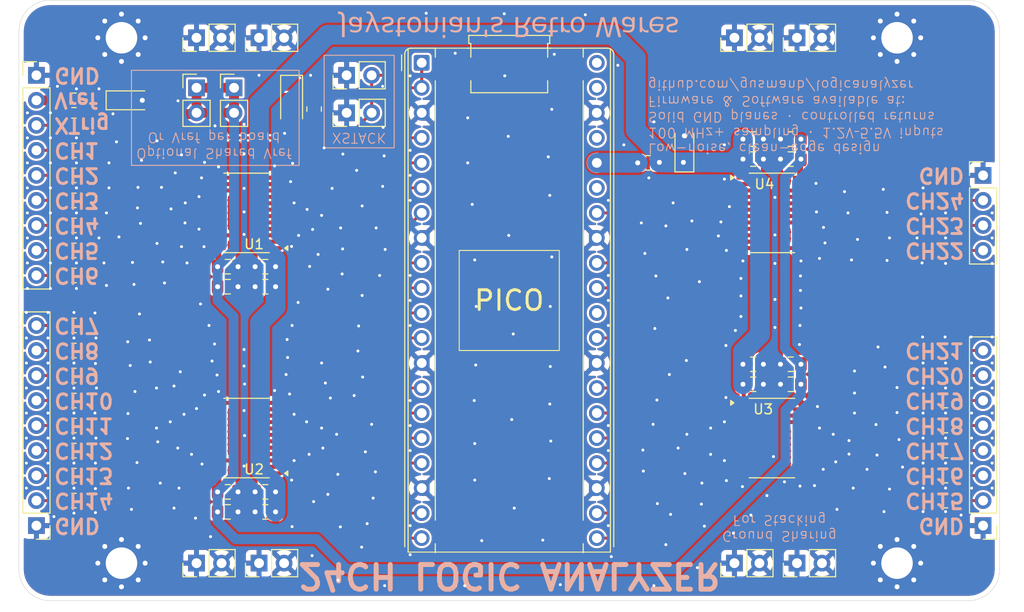
<source format=kicad_pcb>
(kicad_pcb (version 20241229) (generator "pcbnew") (generator_version "9.0")
  (title_block (title "Clear Logic Analyzer") (date "2026-01-19") (rev "1") (company "Jaystonian's Retro Wares"))
  (layers (0 "F.Cu" signal) (2 "B.Cu" signal) (13 "F.Paste" user) (15 "B.Paste" user) (5 "F.SilkS" user "F.Silkscreen") (7 "B.SilkS" user "B.Silkscreen") (1 "F.Mask" user) (3 "B.Mask" user) (25 "Edge.Cuts" user))
  (net 0 "")
  (net 1 "GND")
  (net 3 "+3.3V")
  (net 8 "VCOM")
  (net 9 "Net-(J1-Pin_2)")
  (net 10 "Net-(J1-Pin_9)")
  (net 11 "Net-(U1-B6)")
  (net 13 "Net-(U2-B8)")
  (net 14 "/XCHN")
  (net 15 "/IO18")
  (net 16 "/IO6")
  (net 17 "/IO5")
  (net 18 "/IO11")
  (net 19 "/IO2")
  (net 20 "/IO13")
  (net 21 "/IO27")
  (net 22 "/IO22")
  (net 23 "/IO3")
  (net 24 "/IO16")
  (net 25 "/IO21")
  (net 26 "/IO26")
  (net 27 "/IO4")
  (net 28 "/IO12")
  (net 29 "/IO7")
  (net 30 "/IO28")
  (net 31 "/IO10")
  (net 32 "/IO9")
  (net 33 "/IO14")
  (net 34 "/IO8")
  (net 35 "/XTRG")
  (net 36 "/IO15")
  (net 37 "/IO17")
  (net 38 "/IO19")
  (net 39 "/IO20")
  (net 40 "Net-(U3-B2)")
  (net 41 "Net-(J1-Pin_6)")
  (net 42 "Net-(J1-Pin_5)")
  (net 43 "Net-(J1-Pin_8)")
  (net 44 "Net-(J1-Pin_7)")
  (net 45 "Net-(J1-Pin_4)")
  (net 46 "Net-(J2-Pin_3)")
  (net 47 "Net-(J2-Pin_5)")
  (net 48 "Net-(J2-Pin_2)")
  (net 49 "Net-(J2-Pin_9)")
  (net 50 "Net-(J2-Pin_6)")
  (net 51 "Net-(J2-Pin_7)")
  (net 52 "Net-(J2-Pin_8)")
  (net 53 "Net-(J2-Pin_4)")
  (net 54 "Net-(J3-Pin_4)")
  (net 55 "Net-(J3-Pin_3)")
  (net 56 "Net-(J3-Pin_2)")
  (net 57 "Net-(J4-Pin_4)")
  (net 58 "Net-(J4-Pin_6)")
  (net 59 "Net-(J4-Pin_7)")
  (net 60 "Net-(J4-Pin_5)")
  (net 61 "Net-(J4-Pin_3)")
  (net 62 "Net-(J4-Pin_2)")
  (net 63 "Net-(J4-Pin_8)")
  (net 64 "Net-(U3-B3)")
  (net 65 "Net-(U1-B1)")
  (net 66 "Net-(U1-B2)")
  (net 67 "Net-(U1-B3)")
  (net 68 "Net-(U1-B4)")
  (net 69 "Net-(U1-B5)")
  (net 70 "Net-(U3-B4)")
  (net 72 "Net-(U3-B8)")
  (net 73 "Net-(U2-B1)")
  (net 74 "Net-(U2-B2)")
  (net 75 "Net-(U2-B3)")
  (net 76 "Net-(U2-B4)")
  (net 77 "Net-(U2-B5)")
  (net 78 "Net-(U2-B6)")
  (net 79 "Net-(U2-B7)")
  (net 80 "Net-(U4-B8)")
  (net 85 "Net-(U4-B6)")
  (net 86 "Net-(U4-B7)")
  (net 87 "Net-(U3-B5)")
  (net 88 "Net-(U3-B6)")
  (net 89 "Net-(U3-B7)")
  (net 90 "Net-(A1-3V3)")
  (footprint "Connector_PinHeader_2.54mm:PinHeader_1x09_P2.54mm_Vertical" (layer "F.Cu") (at 80.264 67.31)
    (property "Reference" "J1" (hide yes))
    (property "Value" "IO2-IO7")
  )
  (footprint "Resistor_SMD:R_0805_2012Metric_Pad1.20x1.40mm_HandSolder" (layer "F.Cu") (at 84.074 107.95)
    (property "Reference" "R10" (hide yes))
    (property "Value" "33R")
  )
  (footprint "Resistor_SMD:R_0805_2012Metric_Pad1.20x1.40mm_HandSolder" (layer "F.Cu") (at 84.074 105.41)
    (property "Reference" "R11" (hide yes))
    (property "Value" "33R")
  )
  (footprint "Capacitor_SMD:C_0805_2012Metric_Pad1.18x1.45mm_HandSolder" (layer "F.Cu") (at 103.505 111.633)
    (property "Reference" "C3" (hide yes))
    (property "Value" "1")
  )
  (footprint "Resistor_SMD:R_0805_2012Metric_Pad1.20x1.40mm_HandSolder" (layer "F.Cu") (at 84.074 85.09)
    (property "Reference" "R2" (hide yes))
    (property "Value" "33R")
  )
  (footprint "Resistor_SMD:R_0805_2012Metric_Pad1.20x1.40mm_HandSolder" (layer "F.Cu") (at 172.5676 80.01)
    (property "Reference" "R24" (hide yes))
    (property "Value" "33R")
  )
  (footprint "Resistor_SMD:R_0805_2012Metric_Pad1.20x1.40mm_HandSolder" (layer "F.Cu") (at 84.074 110.49)
    (property "Reference" "R9" (hide yes))
    (property "Value" "33R")
  )
  (footprint "Package_SO:TSSOP-24_4.4x7.8mm_P0.65mm" (layer "F.Cu") (at 101.6 81.28 180)
    (property "Reference" "U1")
    (property "Value" "SN74LXC8T245")
  )
  (footprint "Connector_PinHeader_2.54mm:PinHeader_1x02_P2.54mm_Vertical" (layer "F.Cu") (at 157.48 63.5 90)
    (property "Reference" "J7" (hide yes))
    (property "Value" "GND")
  )
  (footprint "Connector_PinHeader_2.54mm:PinHeader_1x08_P2.54mm_Vertical" (layer "F.Cu") (at 176.3776 113.03 180)
    (property "Reference" "J4" (hide yes))
    (property "Value" "IO16-IO22")
  )
  (footprint "Connector_PinHeader_2.54mm:PinHeader_1x02_P2.54mm_Vertical" (layer "F.Cu") (at 151.13 116.84 90)
    (property "Reference" "J16" (hide yes))
    (property "Value" "GND")
  )
  (footprint "Connector_PinHeader_2.54mm:PinHeader_1x02_P2.54mm_Vertical" (layer "F.Cu") (at 151.13 63.5 90)
    (property "Reference" "J9" (hide yes))
    (property "Value" "GND")
  )
  (footprint "Resistor_SMD:R_0805_2012Metric_Pad1.20x1.40mm_HandSolder" (layer "F.Cu") (at 172.5676 82.55)
    (property "Reference" "R25" (hide yes))
    (property "Value" "33R")
  )
  (footprint "Connector_PinHeader_2.54mm:PinHeader_1x09_P2.54mm_Vertical" (layer "F.Cu") (at 80.264 113.03 180)
    (property "Reference" "J2" (hide yes))
    (property "Value" "IO8-IO15")
  )
  (footprint "Resistor_SMD:R_0805_2012Metric_Pad1.20x1.40mm_HandSolder" (layer "F.Cu") (at 84.074 97.79)
    (property "Reference" "R14" (hide yes))
    (property "Value" "33R")
  )
  (footprint "Resistor_SMD:R_0805_2012Metric_Pad1.20x1.40mm_HandSolder" (layer "F.Cu") (at 84.074 72.39 180)
    (property "Reference" "R8" (hide yes))
    (property "Value" "100k")
  )
  (footprint "Resistor_SMD:R_0805_2012Metric_Pad1.20x1.40mm_HandSolder" (layer "F.Cu") (at 172.5676 100.33)
    (property "Reference" "R19" (hide yes))
    (property "Value" "33R")
  )
  (footprint "Connector_PinHeader_2.54mm:PinHeader_1x02_P2.54mm_Vertical" (layer "F.Cu") (at 100.33 68.58)
    (property "Reference" "J13" (hide yes))
    (property "Value" "Vref")
  )
  (footprint "CPU2:RaspberryPi_Pico_THT" (layer "F.Cu") (at 119.38 66.04)
    (property "Reference" "A1" (hide yes))
    (property "Value" "RaspberryPi_Pico")
  )
  (footprint "Package_SO:TSSOP-24_4.4x7.8mm_P0.65mm" (layer "F.Cu") (at 154.94 104.14)
    (property "Reference" "U3")
    (property "Value" "SN74LXC8T245")
  )
  (footprint "Connector_PinHeader_2.54mm:PinHeader_1x02_P2.54mm_Vertical" (layer "F.Cu") (at 157.48 116.84 90)
    (property "Reference" "J8" (hide yes))
    (property "Value" "GND")
  )
  (footprint "Connector_PinHeader_2.54mm:PinHeader_1x04_P2.54mm_Vertical" (layer "F.Cu") (at 176.3776 77.47)
    (property "Reference" "J3" (hide yes))
    (property "Value" "IO26-IO28")
  )
  (footprint "Resistor_SMD:R_0805_2012Metric_Pad1.20x1.40mm_HandSolder" (layer "F.Cu") (at 84.074 92.71)
    (property "Reference" "R16" (hide yes))
    (property "Value" "33R")
  )
  (footprint "Capacitor_Tantalum_SMD:CP_EIA-3216-18_Kemet-A" (layer "F.Cu") (at 89.662 69.85)
    (property "Reference" "C12" (hide yes))
    (property "Value" "10uF")
  )
  (footprint "MountingHole:MountingHole_3.2mm_M3_Pad_Via" (layer "F.Cu") (at 167.64 116.84)
    (property "Reference" "H4" (hide yes))
    (property "Value" "3.2mm")
  )
  (footprint "Package_SO:TSSOP-24_4.4x7.8mm_P0.65mm" (layer "F.Cu") (at 154.94 81.28)
    (property "Reference" "U4")
    (property "Value" "SN74LXC8T245")
  )
  (footprint "Resistor_SMD:R_0805_2012Metric_Pad1.20x1.40mm_HandSolder" (layer "F.Cu") (at 108.458 70.739 -90)
    (property "Reference" "R7" (hide yes))
    (property "Value" "8k2")
  )
  (footprint "Resistor_SMD:R_0805_2012Metric_Pad1.20x1.40mm_HandSolder" (layer "F.Cu") (at 172.5676 85.09)
    (property "Reference" "R26" (hide yes))
    (property "Value" "33R")
  )
  (footprint "Capacitor_SMD:C_0805_2012Metric_Pad1.18x1.45mm_HandSolder" (layer "F.Cu") (at 103.505 109.601)
    (property "Reference" "C2" (hide yes))
    (property "Value" "0.1")
  )
  (footprint "Fiducial:Fiducial_0.5mm_Mask1mm" (layer "F.Cu") (at 145.288 65.278)
    (property "Reference" "FID2" (hide yes))
    (property "Value" "Fiducial")
  )
  (footprint "Resistor_SMD:R_0805_2012Metric_Pad1.20x1.40mm_HandSolder" (layer "F.Cu") (at 84.074 77.47)
    (property "Reference" "R5" (hide yes))
    (property "Value" "33R")
  )
  (footprint "Connector_PinHeader_2.54mm:PinHeader_1x02_P2.54mm_Vertical" (layer "F.Cu") (at 111.76 67.31 90)
    (property "Reference" "J10" (hide yes))
    (property "Value" "CHAIN")
  )
  (footprint "Fiducial:Fiducial_0.5mm_Mask1mm" (layer "F.Cu") (at 173.99 67.818)
    (property "Reference" "FID3" (hide yes))
    (property "Value" "Fiducial")
  )
  (footprint "Resistor_SMD:R_0805_2012Metric_Pad1.20x1.40mm_HandSolder" (layer "F.Cu") (at 172.5676 97.79)
    (property "Reference" "R18" (hide yes))
    (property "Value" "33R")
  )
  (footprint "Connector_PinHeader_2.54mm:PinHeader_1x02_P2.54mm_Vertical" (layer "F.Cu") (at 102.87 116.84 90)
    (property "Reference" "J15" (hide yes))
    (property "Value" "GND")
  )
  (footprint "Resistor_SMD:R_0805_2012Metric_Pad1.20x1.40mm_HandSolder" (layer "F.Cu") (at 172.5676 110.49)
    (property "Reference" "R23" (hide yes))
    (property "Value" "33R")
  )
  (footprint "Resistor_SMD:R_0805_2012Metric_Pad1.20x1.40mm_HandSolder" (layer "F.Cu") (at 142.367 76.2 180)
    (property "Reference" "FB1" (hide yes))
    (property "Value" "100R")
  )
  (footprint "Resistor_SMD:R_0805_2012Metric_Pad1.20x1.40mm_HandSolder" (layer "F.Cu") (at 84.074 69.85 180)
    (property "Reference" "FB2" (hide yes))
    (property "Value" "100R")
  )
  (footprint "Capacitor_Tantalum_SMD:CP_EIA-3216-18_Kemet-A" (layer "F.Cu") (at 146.05 74.803 90)
    (property "Reference" "C1" (hide yes))
    (property "Value" "10uF")
  )
  (footprint "Resistor_SMD:R_0805_2012Metric_Pad1.20x1.40mm_HandSolder" (layer "F.Cu") (at 172.5676 107.95)
    (property "Reference" "R22" (hide yes))
    (property "Value" "33R")
  )
  (footprint "Resistor_SMD:R_0805_2012Metric_Pad1.20x1.40mm_HandSolder" (layer "F.Cu") (at 84.074 80.01)
    (property "Reference" "R4" (hide yes))
    (property "Value" "33R")
  )
  (footprint "Capacitor_SMD:C_0805_2012Metric_Pad1.18x1.45mm_HandSolder" (layer "F.Cu") (at 156.845 96.647)
    (property "Reference" "C15" (hide yes))
    (property "Value" "1")
  )
  (footprint "Capacitor_SMD:C_0805_2012Metric_Pad1.18x1.45mm_HandSolder" (layer "F.Cu") (at 156.845 75.819)
    (property "Reference" "C5" (hide yes))
    (property "Value" "0.1")
  )
  (footprint "Capacitor_SMD:C_0805_2012Metric_Pad1.18x1.45mm_HandSolder" (layer "F.Cu") (at 99.695 111.633 180)
    (property "Reference" "C4" (hide yes))
    (property "Value" "1")
  )
  (footprint "Capacitor_SMD:C_0805_2012Metric_Pad1.18x1.45mm_HandSolder" (layer "F.Cu") (at 99.695 86.741 180)
    (property "Reference" "C7" (hide yes))
    (property "Value" "0.1")
  )
  (footprint "Capacitor_SMD:C_0805_2012Metric_Pad1.18x1.45mm_HandSolder" (layer "F.Cu") (at 156.845 73.787)
    (property "Reference" "C11" (hide yes))
    (property "Value" "1")
  )
  (footprint "Package_SO:TSSOP-24_4.4x7.8mm_P0.65mm" (layer "F.Cu") (at 101.6 104.14 180)
    (property "Reference" "U2")
    (property "Value" "SN74LXC8T245")
  )
  (footprint "Capacitor_SMD:C_0805_2012Metric_Pad1.18x1.45mm_HandSolder" (layer "F.Cu") (at 99.695 109.601 180)
    (property "Reference" "C10" (hide yes))
    (property "Value" "0.1")
  )
  (footprint "Connector_PinHeader_2.54mm:PinHeader_1x02_P2.54mm_Vertical" (layer "F.Cu") (at 96.52 116.84 90)
    (property "Reference" "J6" (hide yes))
    (property "Value" "GND")
  )
  (footprint "Fiducial:Fiducial_0.5mm_Mask1mm" (layer "F.Cu") (at 83.566 116.84)
    (property "Reference" "FID4" (hide yes))
    (property "Value" "Fiducial")
  )
  (footprint "Diode_SMD:D_MiniMELF" (layer "F.Cu") (at 106.172 69.977 -90)
    (property "Reference" "D1" (hide yes))
    (property "Value" "1N4148")
  )
  (footprint "Resistor_SMD:R_0805_2012Metric_Pad1.20x1.40mm_HandSolder" (layer "F.Cu") (at 84.074 100.33)
    (property "Reference" "R13" (hide yes))
    (property "Value" "33R")
  )
  (footprint "Capacitor_SMD:C_0805_2012Metric_Pad1.18x1.45mm_HandSolder" (layer "F.Cu") (at 153.035 98.679 180)
    (property "Reference" "C8" (hide yes))
    (property "Value" "0.1")
  )
  (footprint "Capacitor_SMD:C_0805_2012Metric_Pad1.18x1.45mm_HandSolder" (layer "F.Cu") (at 99.695 88.773 180)
    (property "Reference" "C6" (hide yes))
    (property "Value" "1")
  )
  (footprint "Resistor_SMD:R_0805_2012Metric_Pad1.20x1.40mm_HandSolder" (layer "F.Cu") (at 84.074 95.25)
    (property "Reference" "R15" (hide yes))
    (property "Value" "33R")
  )
  (footprint "Fiducial:Fiducial_0.5mm_Mask1mm" (layer "F.Cu") (at 172.974 117.856)
    (property "Reference" "FID5" (hide yes))
    (property "Value" "Fiducial")
  )
  (footprint "Capacitor_SMD:C_0805_2012Metric_Pad1.18x1.45mm_HandSolder" (layer "F.Cu") (at 103.505 88.773)
    (property "Reference" "C14" (hide yes))
    (property "Value" "1")
  )
  (footprint "Connector_PinHeader_2.54mm:PinHeader_1x02_P2.54mm_Vertical" (layer "F.Cu") (at 96.52 63.5 90)
    (property "Reference" "J5" (hide yes))
    (property "Value" "GND")
  )
  (footprint "Resistor_SMD:R_0805_2012Metric_Pad1.20x1.40mm_HandSolder" (layer "F.Cu") (at 172.5676 105.41)
    (property "Reference" "R21" (hide yes))
    (property "Value" "33R")
  )
  (footprint "Resistor_SMD:R_0805_2012Metric_Pad1.20x1.40mm_HandSolder" (layer "F.Cu") (at 84.074 102.87)
    (property "Reference" "R12" (hide yes))
    (property "Value" "33R")
  )
  (footprint "Resistor_SMD:R_0805_2012Metric_Pad1.20x1.40mm_HandSolder" (layer "F.Cu") (at 84.074 87.63)
    (property "Reference" "R1" (hide yes))
    (property "Value" "33R")
  )
  (footprint "Resistor_SMD:R_0805_2012Metric_Pad1.20x1.40mm_HandSolder" (layer "F.Cu") (at 172.5676 95.25)
    (property "Reference" "R17" (hide yes))
    (property "Value" "33R")
  )
  (footprint "Connector_PinHeader_2.54mm:PinHeader_1x02_P2.54mm_Vertical" (layer "F.Cu") (at 102.87 63.5 90)
    (property "Reference" "J14" (hide yes))
    (property "Value" "GND")
  )
  (footprint "Resistor_SMD:R_0805_2012Metric_Pad1.20x1.40mm_HandSolder" (layer "F.Cu") (at 84.074 82.55)
    (property "Reference" "R3" (hide yes))
    (property "Value" "33R")
  )
  (footprint "MountingHole:MountingHole_3.2mm_M3_Pad_Via" (layer "F.Cu") (at 88.9 116.84)
    (property "Reference" "H3" (hide yes))
    (property "Value" "3.2mm")
  )
  (footprint "Connector_PinHeader_2.54mm:PinHeader_1x02_P2.54mm_Vertical" (layer "F.Cu") (at 96.52 68.58)
    (property "Reference" "J12" (hide yes))
    (property "Value" "Vref")
  )
  (footprint "Capacitor_SMD:C_0805_2012Metric_Pad1.18x1.45mm_HandSolder" (layer "F.Cu") (at 153.035 73.787 180)
    (property "Reference" "C18" (hide yes))
    (property "Value" "1")
  )
  (footprint "Capacitor_SMD:C_0805_2012Metric_Pad1.18x1.45mm_HandSolder" (layer "F.Cu") (at 156.845 98.679)
    (property "Reference" "C16" (hide yes))
    (property "Value" "0.1")
  )
  (footprint "Fiducial:Fiducial_0.5mm_Mask1mm" (layer "F.Cu") (at 81.788 63.5)
    (property "Reference" "FID1" (hide yes))
    (property "Value" "Fiducial")
  )
  (footprint "Resistor_SMD:R_0805_2012Metric_Pad1.20x1.40mm_HandSolder" (layer "F.Cu") (at 84.074 74.93)
    (property "Reference" "R6" (hide yes))
    (property "Value" "33R")
  )
  (footprint "Capacitor_SMD:C_0805_2012Metric_Pad1.18x1.45mm_HandSolder" (layer "F.Cu") (at 103.505 86.741)
    (property "Reference" "C13" (hide yes))
    (property "Value" "0.1")
  )
  (footprint "Capacitor_SMD:C_0805_2012Metric_Pad1.18x1.45mm_HandSolder" (layer "F.Cu") (at 153.035 75.819 180)
    (property "Reference" "C17" (hide yes))
    (property "Value" "0.1")
  )
  (footprint "MountingHole:MountingHole_3.2mm_M3_Pad_Via" (layer "F.Cu") (at 88.9 63.5)
    (property "Reference" "H1" (hide yes))
    (property "Value" "3.2mm")
  )
  (footprint "Connector_PinHeader_2.54mm:PinHeader_1x02_P2.54mm_Vertical" (layer "F.Cu") (at 111.76 71.12 90)
    (property "Reference" "J11" (hide yes))
    (property "Value" "CHAIN")
  )
  (footprint "Capacitor_SMD:C_0805_2012Metric_Pad1.18x1.45mm_HandSolder" (layer "F.Cu") (at 153.035 96.647 180)
    (property "Reference" "C9" (hide yes))
    (property "Value" "1")
  )
  (footprint "MountingHole:MountingHole_3.2mm_M3_Pad_Via" (layer "F.Cu") (at 167.64 63.5)
    (property "Reference" "H2" (hide yes))
    (property "Value" "3.2mm")
  )
  (footprint "Resistor_SMD:R_0805_2012Metric_Pad1.20x1.40mm_HandSolder" (layer "F.Cu") (at 172.5676 102.87)
    (property "Reference" "R20" (hide yes))
    (property "Value" "33R")
  )
  (gr_rect (start 123.19 85.09) (end 133.35 95.25) (stroke (width 0.1)) (fill no) (layer "F.SilkS"))
  (gr_rect (start 89.916 66.802) (end 106.934 76.454) (stroke (width 0.1)) (fill no) (layer "B.SilkS"))
  (gr_rect (start 109.474 65.278) (end 116.586 74.676) (stroke (width 0.1)) (fill no) (layer "B.SilkS"))
  (gr_arc (start 81.661001 120.65) (mid 79.415936 119.720064) (end 78.486 117.474999) (stroke (width 0.05)) (layer "Edge.Cuts"))
  (gr_line (start 78.486 117.475) (end 78.485999 62.865) (stroke (width 0.05)) (layer "Edge.Cuts"))
  (gr_line (start 178.054 62.865001) (end 178.054 117.474999) (stroke (width 0.05)) (layer "Edge.Cuts"))
  (gr_line (start 81.661 59.69) (end 174.878999 59.69) (stroke (width 0.05)) (layer "Edge.Cuts"))
  (gr_line (start 174.879 120.649999) (end 81.661001 120.649999) (stroke (width 0.05)) (layer "Edge.Cuts"))
  (gr_arc (start 178.054 117.474999) (mid 177.124064 119.720064) (end 174.879 120.65) (stroke (width 0.05)) (layer "Edge.Cuts"))
  (gr_arc (start 78.485999 62.865) (mid 79.415935 60.619935) (end 81.661 59.689999) (stroke (width 0.05)) (layer "Edge.Cuts"))
  (gr_arc (start 174.878999 59.69) (mid 177.124064 60.619936) (end 178.054 62.865001) (stroke (width 0.05)) (layer "Edge.Cuts"))
  (gr_text "PICO" (at 128.27 90.17 0) (layer "F.SilkS") (effects (font (size 2 2) (thickness 0.3))))
  (gr_text "CH24" (at 174.625 80.01 180) (layer "B.SilkS") (effects (font (size 1.5 1.5) (thickness 0.3) (bold yes)) (justify right mirror)))
  (gr_text "Low-noise, clean-edge design\n100 MHz+ sampling · 1.2V–5.5V inputs\nSolid GND planes · controlled returns\nFirmware & Software available at:\ngithub.com/gusmanb/logicanalyzer" (at 142.2908 71.5264 180) (layer "B.SilkS") (effects (font (size 1 1) (thickness 0.1)) (justify left mirror)))
  (gr_text "CH13" (at 81.915 107.95 180) (layer "B.SilkS") (effects (font (size 1.5 1.5) (thickness 0.3) (bold yes)) (justify left mirror)))
  (gr_text "CH5" (at 81.915 85.09 180) (layer "B.SilkS") (effects (font (size 1.5 1.5) (thickness 0.3) (bold yes)) (justify left mirror)))
  (gr_text "GND" (at 174.625 113.03 180) (layer "B.SilkS") (effects (font (size 1.5 1.5) (thickness 0.3) (bold yes)) (justify right mirror)))
  (gr_text "GND" (at 81.915 113.03 180) (layer "B.SilkS") (effects (font (size 1.5 1.5) (thickness 0.3) (bold yes)) (justify left mirror)))
  (gr_text "CH22" (at 174.625 85.09 180) (layer "B.SilkS") (effects (font (size 1.5 1.5) (thickness 0.3) (bold yes)) (justify right mirror)))
  (gr_text "CH11" (at 81.915 102.87 180) (layer "B.SilkS") (effects (font (size 1.5 1.5) (thickness 0.3) (bold yes)) (justify left mirror)))
  (gr_text "CH23" (at 174.625 82.55 180) (layer "B.SilkS") (effects (font (size 1.5 1.5) (thickness 0.3) (bold yes)) (justify right mirror)))
  (gr_text "CH17" (at 174.625 105.41 180) (layer "B.SilkS") (effects (font (size 1.5 1.5) (thickness 0.3) (bold yes)) (justify right mirror)))
  (gr_text "CH20" (at 174.625 97.79 180) (layer "B.SilkS") (effects (font (size 1.5 1.5) (thickness 0.3) (bold yes)) (justify right mirror)))
  (gr_text "XTrig" (at 81.915 72.39 180) (layer "B.SilkS") (effects (font (size 1.5 1.5) (thickness 0.3) (bold yes)) (justify left mirror)))
  (gr_text "24CH LOGIC ANALYZER" (at 128.27 118.11 180) (layer "B.SilkS") (effects (font (size 2.5 2.5) (thickness 0.5) (bold yes)) (justify mirror)))
  (gr_text "GND" (at 174.625 77.47 180) (layer "B.SilkS") (effects (font (size 1.5 1.5) (thickness 0.3) (bold yes)) (justify right mirror)))
  (gr_text "CH18" (at 174.625 102.87 180) (layer "B.SilkS") (effects (font (size 1.5 1.5) (thickness 0.3) (bold yes)) (justify right mirror)))
  (gr_text "CH19" (at 174.625 100.33 180) (layer "B.SilkS") (effects (font (size 1.5 1.5) (thickness 0.3) (bold yes)) (justify right mirror)))
  (gr_text "CH12" (at 81.915 105.41 180) (layer "B.SilkS") (effects (font (size 1.5 1.5) (thickness 0.3) (bold yes)) (justify left mirror)))
  (gr_text "CH2" (at 81.915 77.47 180) (layer "B.SilkS") (effects (font (size 1.5 1.5) (thickness 0.3) (bold yes)) (justify left mirror)))
  (gr_text "CH4" (at 81.915 82.55 180) (layer "B.SilkS") (effects (font (size 1.5 1.5) (thickness 0.3) (bold yes)) (justify left mirror)))
  (gr_text "XSTACK" (at 113.03 73.66 180) (layer "B.SilkS") (effects (font (size 1 1) (thickness 0.1)) (justify mirror)))
  (gr_text "Ground Sharing\nFor Stacking" (at 155.702 113.284 180) (layer "B.SilkS") (effects (font (size 1 1) (thickness 0.1)) (justify mirror)))
  (gr_text "CH15" (at 174.625 110.49 180) (layer "B.SilkS") (effects (font (size 1.5 1.5) (thickness 0.3) (bold yes)) (justify right mirror)))
  (gr_text "CH7" (at 81.915 92.71 180) (layer "B.SilkS") (effects (font (size 1.5 1.5) (thickness 0.3) (bold yes)) (justify left mirror)))
  (gr_text "GND" (at 81.915 67.31 180) (layer "B.SilkS") (effects (font (size 1.5 1.5) (thickness 0.3) (bold yes)) (justify left mirror)))
  (gr_text "CH9" (at 81.915 97.79 180) (layer "B.SilkS") (effects (font (size 1.5 1.5) (thickness 0.3) (bold yes)) (justify left mirror)))
  (gr_text "Jaystonian's Retro Wares" (at 128.27 62.23 180) (layer "B.SilkS") (effects (font (size 2 2) (thickness 0.35)) (justify mirror)))
  (gr_text "CH6" (at 81.915 87.63 180) (layer "B.SilkS") (effects (font (size 1.5 1.5) (thickness 0.3) (bold yes)) (justify left mirror)))
  (gr_text "Optional Shared Vref\nOr Vref per board" (at 98.298 74.422 180) (layer "B.SilkS") (effects (font (size 1 1) (thickness 0.1)) (justify mirror)))
  (gr_text "CH3" (at 81.915 80.01 180) (layer "B.SilkS") (effects (font (size 1.5 1.5) (thickness 0.3) (bold yes)) (justify left mirror)))
  (gr_text "CH10" (at 81.915 100.33 180) (layer "B.SilkS") (effects (font (size 1.5 1.5) (thickness 0.3) (bold yes)) (justify left mirror)))
  (gr_text "CH21" (at 174.625 95.25 180) (layer "B.SilkS") (effects (font (size 1.5 1.5) (thickness 0.3) (bold yes)) (justify right mirror)))
  (gr_text "CH16" (at 174.625 107.95 180) (layer "B.SilkS") (effects (font (size 1.5 1.5) (thickness 0.3) (bold yes)) (justify right mirror)))
  (gr_text "CH14" (at 81.915 110.49 180) (layer "B.SilkS") (effects (font (size 1.5 1.5) (thickness 0.3) (bold yes)) (justify left mirror)))
  (gr_text "CH8" (at 81.915 95.25 180) (layer "B.SilkS") (effects (font (size 1.5 1.5) (thickness 0.3) (bold yes)) (justify left mirror)))
  (gr_text "Vref" (at 81.915 69.85 180) (layer "B.SilkS") (effects (font (size 1.5 1.5) (thickness 0.3) (bold yes)) (justify left mirror)))
  (gr_text "CH1" (at 81.915 74.93 180) (layer "B.SilkS") (effects (font (size 1.5 1.5) (thickness 0.3) (bold yes)) (justify left mirror)))
  (segment (start 152.0775 107.065) (end 152.0775 107.715) (width 0.3) (layer "F.Cu") (net 1))
  (segment (start 104.4625 100.565) (end 104.4625 101.215) (width 0.3) (layer "F.Cu") (net 1))
  (segment (start 104.4625 77.705) (end 104.4625 78.355) (width 0.3) (layer "F.Cu") (net 1))
  (segment (start 98.7375 77.705) (end 98.7375 79.005) (width 0.3) (layer "F.Cu") (net 1))
  (segment (start 157.8025 101.865) (end 157.8025 102.515) (width 0.3) (layer "F.Cu") (net 1))
  (segment (start 152.0775 84.205) (end 152.0775 84.855) (width 0.3) (layer "F.Cu") (net 1))
  (via (at 166.243 78.8924) (size 0.45) (drill 0.3) (layers "F.Cu" "B.Cu") (net 1))
  (via (at 142.875 102.743) (size 0.45) (drill 0.3) (layers "F.Cu" "B.Cu") (net 1))
  (via (at 90.17 88.5444) (size 0.45) (drill 0.3) (layers "F.Cu" "B.Cu") (net 1))
  (via (at 84.074 99.06) (size 0.45) (drill 0.3) (layers "F.Cu" "B.Cu") (net 1))
  (via (at 113.665 105.537) (size 0.45) (drill 0.3) (layers "F.Cu" "B.Cu") (net 1))
  (via (at 94.869 97.409) (size 0.45) (drill 0.3) (layers "F.Cu" "B.Cu") (net 1))
  (via (at 90.5256 80.772) (size 0.45) (drill 0.3) (layers "F.Cu" "B.Cu") (net 1))
  (via (at 175.2092 106.68) (size 0.45) (drill 0.3) (layers "F.Cu" "B.Cu") (net 1))
  (via (at 144.3736 89.916) (size 0.45) (drill 0.3) (layers "F.Cu" "B.Cu") (net 1))
  (via (at 97.282 84.709) (size 0.45) (drill 0.3) (layers "F.Cu" "B.Cu") (net 1))
  (via (at 175.2092 104.14) (size 0.45) (drill 0.3) (layers "F.Cu" "B.Cu") (net 1))
  (via (at 86.36 99.06) (size 0.45) (drill 0.3) (layers "F.Cu" "B.Cu") (net 1))
  (via (at 128.778 111.252) (size 0.45) (drill 0.3) (layers "F.Cu" "B.Cu") (net 1))
  (via (at 81.4324 106.68) (size 0.45) (drill 0.3) (layers "F.Cu" "B.Cu") (net 1))
  (via (at 151.7904 87.9348) (size 0.45) (drill 0.3) (layers "F.Cu" "B.Cu") (net 1))
  (via (at 122.7836 65.0748) (size 0.45) (drill 0.3) (layers "F.Cu" "B.Cu") (net 1))
  (via (at 90.7288 91.5416) (size 0.45) (drill 0.3) (layers "F.Cu" "B.Cu") (net 1))
  (via (at 177.292 101.6) (size 0.45) (drill 0.3) (layers "F.Cu" "B.Cu") (net 1))
  (via (at 106.0704 78.105) (size 0.45) (drill 0.3) (layers "F.Cu" "B.Cu") (net 1))
  (via (at 91.821 96.4184) (size 0.45) (drill 0.3) (layers "F.Cu" "B.Cu") (net 1))
  (via (at 155.8075 96.647) (size 0.8) (drill 0.5) (layers "F.Cu" "B.Cu") (net 1))
  (via (at 109.22 81.534) (size 0.45) (drill 0.3) (layers "F.Cu" "B.Cu") (net 1))
  (via (at 112.776 76.962) (size 0.45) (drill 0.3) (layers "F.Cu" "B.Cu") (net 1))
  (via (at 142.4432 77.724) (size 0.45) (drill 0.3) (layers "F.Cu" "B.Cu") (net 1))
  (via (at 151.9428 109.0676) (size 0.45) (drill 0.3) (layers "F.Cu" "B.Cu") (net 1))
  (via (at 175.2092 96.52) (size 0.45) (drill 0.3) (layers "F.Cu" "B.Cu") (net 1))
  (via (at 94.615 105.156) (size 0.45) (drill 0.3) (layers "F.Cu" "B.Cu") (net 1))
  (via (at 87.63 76.2) (size 0.45) (drill 0.3) (layers "F.Cu" "B.Cu") (net 1))
  (via (at 96.774 82.931) (size 0.45) (drill 0.3) (layers "F.Cu" "B.Cu") (net 1))
  (via (at 160.147 107.315) (size 0.45) (drill 0.3) (layers "F.Cu" "B.Cu") (net 1))
  (via (at 169.672 83.82) (size 0.45) (drill 0.3) (layers "F.Cu" "B.Cu") (net 1))
  (via (at 138.6332 116.1796) (size 0.45) (drill 0.3) (layers "F.Cu" "B.Cu") (net 1))
  (via (at 106.2736 76.2508) (size 0.45) (drill 0.3) (layers "F.Cu" "B.Cu") (net 1))
  (via (at 100.7325 111.633) (size 0.8) (drill 0.5) (layers "F.Cu" "B.Cu") (net 1))
  (via (at 114.3 102.743) (size 0.45) (drill 0.3) (layers "F.Cu" "B.Cu") (net 1))
  (via (at 150.114 74.3712) (size 0.45) (drill 0.3) (layers "F.Cu" "B.Cu") (net 1))
  (via (at 124.714 100.33) (size 0.45) (drill 0.3) (layers "F.Cu" "B.Cu") (net 1))
  (via (at 96.52 101.1428) (size 0.45) (drill 0.3) (layers "F.Cu" "B.Cu") (net 1))
  (via (at 172.5676 83.82) (size 0.45) (drill 0.3) (layers "F.Cu" "B.Cu") (net 1))
  (via (at 111.3028 87.4776) (size 0.45) (drill 0.3) (layers "F.Cu" "B.Cu") (net 1))
  (via (at 131.6736 114.5032) (size 0.45) (drill 0.3) (layers "F.Cu" "B.Cu") (net 1))
  (via (at 165.7096 94.8944) (size 0.45) (drill 0.3) (layers "F.Cu" "B.Cu") (net 1))
  (via (at 97.9424 114.1476) (size 0.45) (drill 0.3) (layers "F.Cu" "B.Cu") (net 1))
  (via (at 145.415 105.156) (size 0.45) (drill 0.3) (layers "F.Cu" "B.Cu") (net 1))
  (via (at 79.3496 86.36) (size 0.45) (drill 0.3) (layers "F.Cu" "B.Cu") (net 1))
  (via (at 151.2316 93.218) (size 0.45) (drill 0.3) (layers "F.Cu" "B.Cu") (net 1))
  (via (at 118.2116 102.87) (size 0.45) (drill 0.3) (layers "F.Cu" "B.Cu") (net 1))
  (via (at 172.5676 96.52) (size 0.45) (drill 0.3) (layers "F.Cu" "B.Cu") (net 1))
  (via (at 147.7772 110.8456) (size 0.45) (drill 0.3) (layers "F.Cu" "B.Cu") (net 1))
  (via (at 143.0528 93.0148) (size 0.45) (drill 0.3) (layers "F.Cu" "B.Cu") (net 1))
  (via (at 81.6864 73.66) (size 0.45) (drill 0.3) (layers "F.Cu" "B.Cu") (net 1))
  (via (at 166.3192 111.6076) (size 0.45) (drill 0.3) (layers "F.Cu" "B.Cu") (net 1))
  (via (at 79.3496 78.74) (size 0.45) (drill 0.3) (layers "F.Cu" "B.Cu") (net 1))
  (via (at 114.681 107.569) (size 0.45) (drill 0.3) (layers "F.Cu" "B.Cu") (net 1))
  (via (at 157.7848 92.71) (size 0.45) (drill 0.3) (layers "F.Cu" "B.Cu") (net 1))
  (via (at 159.766 103.124) (size 0.45) (drill 0.3) (layers "F.Cu" "B.Cu") (net 1))
  (via (at 132.2324 75.5904) (size 0.45) (drill 0.3) (layers "F.Cu" "B.Cu") (net 1))
  (via (at 112.522 99.822) (size 0.45) (drill 0.3) (layers "F.Cu" "B.Cu") (net 1))
  (via (at 155.8075 75.819) (size 0.8) (drill 0.5) (layers "F.Cu" "B.Cu") (net 1))
  (via (at 118.2116 87.63) (size 0.45) (drill 0.3) (layers "F.Cu" "B.Cu") (net 1))
  (via (at 87.122 86.36) (size 0.45) (drill 0.3) (layers "F.Cu" "B.Cu") (net 1))
  (via (at 155.0924 106.0196) (size 0.45) (drill 0.3) (layers "F.Cu" "B.Cu") (net 1))
  (via (at 81.6864 81.28) (size 0.45) (drill 0.3) (layers "F.Cu" "B.Cu") (net 1))
  (via (at 81.4324 99.06) (size 0.45) (drill 0.3) (layers "F.Cu" "B.Cu") (net 1))
  (via (at 132.3848 100.6856) (size 0.45) (drill 0.3) (layers "F.Cu" "B.Cu") (net 1))
  (via (at 92.5068 84.3788) (size 0.45) (drill 0.3) (layers "F.Cu" "B.Cu") (net 1))
  (via (at 170.2816 99.06) (size 0.45) (drill 0.3) (layers "F.Cu" "B.Cu") (net 1))
  (via (at 174.1424 111.9632) (size 0.45) (drill 0.3) (layers "F.Cu" "B.Cu") (net 1))
  (via (at 89.6112 109.22) (size 0.45) (drill 0.3) (layers "F.Cu" "B.Cu") (net 1))
  (via (at 84.328 81.28) (size 0.45) (drill 0.3) (layers "F.Cu" "B.Cu") (net 1))
  (via (at 172.5168 93.8784) (size 0.45) (drill 0.3) (layers "F.Cu" "B.Cu") (net 1))
  (via (at 102.4675 88.773) (size 0.8) (drill 0.5) (layers "F.Cu" "B.Cu") (net 1))
  (via (at 93.9292 80.8736) (size 0.45) (drill 0.3) (layers "F.Cu" "B.Cu") (net 1))
  (via (at 102.87 67.31) (size 0.45) (drill 0.3) (layers "F.Cu" "B.Cu") (net 1))
  (via (at 109.855 109.855) (size 0.45) (drill 0.3) (layers "F.Cu" "B.Cu") (net 1))
  (via (at 98.7552 76.6064) (size 0.45) (drill 0.3) (layers "F.Cu" "B.Cu") (net 1))
  (via (at 166.878 83.82) (size 0.45) (drill 0.3) (layers "F.Cu" "B.Cu") (net 1))
  (via (at 123.7488 119.126) (size 0.45) (drill 0.3) (layers "F.Cu" "B.Cu") (net 1))
  (via (at 79.3496 76.2) (size 0.45) (drill 0.3) (layers "F.Cu" "B.Cu") (net 1))
  (via (at 81.4324 96.52) (size 0.45) (drill 0.3) (layers "F.Cu" "B.Cu") (net 1))
  (via (at 156.21 108.585) (size 0.45) (drill 0.3) (layers "F.Cu" "B.Cu") (net 1))
  (via (at 92.456 103.124) (size 0.45) (drill 0.3) (layers "F.Cu" "B.Cu") (net 1))
  (via (at 150.114 102.489) (size 0.45) (drill 0.3) (layers "F.Cu" "B.Cu") (net 1))
  (via (at 84.074 106.68) (size 0.45) (drill 0.3) (layers "F.Cu" "B.Cu") (net 1))
  (via (at 138.3284 105.41) (size 0.45) (drill 0.3) (layers "F.Cu" "B.Cu") (net 1))
  (via (at 132.4864 104.4448) (size 0.45) (drill 0.3) (layers "F.Cu" "B.Cu") (net 1))
  (via (at 86.2584 109.2708) (size 0.45) (drill 0.3) (layers "F.Cu" "B.Cu") (net 1))
  (via (at 106.426 106.426) (size 0.45) (drill 0.3) (layers "F.Cu" "B.Cu") (net 1))
  (via (at 165.608 105.8672) (size 0.45) (drill 0.3) (layers "F.Cu" "B.Cu") (net 1))
  (via (at 143.256 100.2792) (size 0.45) (drill 0.3) (layers "F.Cu" "B.Cu") (net 1))
  (via (at 94.234 98.8568) (size 0.45) (drill 0.3) (layers "F.Cu" "B.Cu") (net 1))
  (via (at 84.074 109.22) (size 0.45) (drill 0.3) (layers "F.Cu" "B.Cu") (net 1))
  (via (at 105.9688 99.6696) (size 0.45) (drill 0.3) (layers "F.Cu" "B.Cu") (net 1))
  (via (at 101.346 106.9848) (size 0.45) (drill 0.3) (layers "F.Cu" "B.Cu") (net 1))
  (via (at 81.4324 104.14) (size 0.45) (drill 0.3) (layers "F.Cu" "B.Cu") (net 1))
  (via (at 95.25 101.727) (size 0.45) (drill 0.3) (layers "F.Cu" "B.Cu") (net 1))
  (via (at 94.742 109.22) (size 0.45) (drill 0.3) (layers "F.Cu" "B.Cu") (net 1))
  (via (at 102.4675 111.633) (size 0.8) (drill 0.5) (layers "F.Cu" "B.Cu") (net 1))
  (via (at 96.4184 112.268) (size 0.45) (drill 0.3) (layers "F.Cu" "B.Cu") (net 1))
  (via (at 166.878 109.3216) (size 0.45) (drill 0.3) (layers "F.Cu" "B.Cu") (net 1))
  (via (at 105.4608 73.2028) (size 0.45) (drill 0.3) (layers "F.Cu" "B.Cu") (net 1))
  (via (at 163.322 101.6) (size 0.45) (drill 0.3) (layers "F.Cu" "B.Cu") (net 1))
  (via (at 115.4684 72.5932) (size 0.45) (drill 0.3) (layers "F.Cu" "B.Cu") (net 1))
  (via (at 88.646 83.7184) (size 0.45) (drill 0.3) (layers "F.Cu" "B.Cu") (net 1))
  (via (at 172.5676 109.22) (size 0.45) (drill 0.3) (layers "F.Cu" "B.Cu") (net 1))
  (via (at 159.258 108.966) (size 0.45) (drill 0.3) (layers "F.Cu" "B.Cu") (net 1))
  (via (at 102.4675 109.601) (size 0.8) (drill 0.5) (layers "F.Cu" "B.Cu") (net 1))
  (via (at 106.8832 83.566) (size 0.45) (drill 0.3) (layers "F.Cu" "B.Cu") (net 1))
  (via (at 172.5676 104.14) (size 0.45) (drill 0.3) (layers "F.Cu" "B.Cu") (net 1))
  (via (at 170.2308 93.8784) (size 0.45) (drill 0.3) (layers "F.Cu" "B.Cu") (net 1))
  (via (at 79.248 104.14) (size 0.45) (drill 0.3) (layers "F.Cu" "B.Cu") (net 1))
  (via (at 89.916 111.379) (size 0.45) (drill 0.3) (layers "F.Cu" "B.Cu") (net 1))
  (via (at 87.376 81.28) (size 0.45) (drill 0.3) (layers "F.Cu" "B.Cu") (net 1))
  (via (at 109.22 103.124) (size 0.45) (drill 0.3) (layers "F.Cu" "B.Cu") (net 1))
  (via (at 108.4072 110.5916) (size 0.45) (drill 0.3) (layers "F.Cu" "B.Cu") (net 1))
  (via (at 150.114 77.851) (size 0.45) (drill 0.3) (layers "F.Cu" "B.Cu") (net 1))
  (via (at 172.5676 106.68) (size 0.45) (drill 0.3) (layers "F.Cu" "B.Cu") (net 1))
  (via (at 81.4324 93.98) (size 0.45) (drill 0.3) (layers "F.Cu" "B.Cu") (net 1))
  (via (at 94.361 77.216) (size 0.45) (drill 0.3) (layers "F.Cu" "B.Cu") (net 1))
  (via (at 155.2448 83.5152) (size 0.45) (drill 0.3) (layers "F.Cu" "B.Cu") (net 1))
  (via (at 146.05 73.4505) (size 0.8) (drill 0.5) (layers "F.Cu" "B.Cu") (net 1))
  (via (at 128.2192 83.566) (size 0.45) (drill 0.3) (layers "F.Cu" "B.Cu") (net 1))
  (via (at 79.248 99.06) (size 0.45) (drill 0.3) (layers "F.Cu" "B.Cu") (net 1))
  (via (at 170.2816 78.74) (size 0.45) (drill 0.3) (layers "F.Cu" "B.Cu") (net 1))
  (via (at 106.172 84.6836) (size 0.45) (drill 0.3) (layers "F.Cu" "B.Cu") (net 1))
  (via (at 106.426 80.264) (size 0.45) (drill 0.3) (layers "F.Cu" "B.Cu") (net 1))
  (via (at 170.2816 109.22) (size 0.45) (drill 0.3) (layers "F.Cu" "B.Cu") (net 1))
  (via (at 132.842 65.1764) (size 0.45) (drill 0.3) (layers "F.Cu" "B.Cu") (net 1))
  (via (at 118.2116 105.41) (size 0.45) (drill 0.3) (layers "F.Cu" "B.Cu") (net 1))
  (via (at 109.601 98.552) (size 0.45) (drill 0.3) (layers "F.Cu" "B.Cu") (net 1))
  (via (at 132.334 108.2548) (size 0.45) (drill 0.3) (layers "F.Cu" "B.Cu") (net 1))
  (via (at 86.614 68.6816) (size 0.45) (drill 0.3) (layers "F.Cu" "B.Cu") (net 1))
  (via (at 138.3284 102.87) (size 0.45) (drill 0.3) (layers "F.Cu" "B.Cu") (net 1))
  (via (at 113.3856 97.9424) (size 0.45) (drill 0.3) (layers "F.Cu" "B.Cu") (net 1))
  (via (at 79.3496 88.9508) (size 0.45) (drill 0.3) (layers "F.Cu" "B.Cu") (net 1))
  (via (at 155.8075 73.787) (size 0.8) (drill 0.5) (layers "F.Cu" "B.Cu") (net 1))
  (via (at 113.3348 80.5688) (size 0.45) (drill 0.3) (layers "F.Cu" "B.Cu") (net 1))
  (via (at 172.5676 99.06) (size 0.45) (drill 0.3) (layers "F.Cu" "B.Cu") (net 1))
  (via (at 111.379 75.311) (size 0.45) (drill 0.3) (layers "F.Cu" "B.Cu") (net 1))
  (via (at 94.6404 69.9008) (size 0.45) (drill 0.3) (layers "F.Cu" "B.Cu") (net 1))
  (via (at 88.392 74.0664) (size 0.45) (drill 0.3) (layers "F.Cu" "B.Cu") (net 1))
  (via (at 96.9264 90.5256) (size 0.45) (drill 0.3) (layers "F.Cu" "B.Cu") (net 1))
  (via (at 98.7552 99.4156) (size 0.45) (drill 0.3) (layers "F.Cu" "B.Cu") (net 1))
  (via (at 91.7448 94.1832) (size 0.45) (drill 0.3) (layers "F.Cu" "B.Cu") (net 1))
  (via (at 141.8336 105.3592) (size 0.45) (drill 0.3) (layers "F.Cu" "B.Cu") (net 1))
  (via (at 150.2664 94.742) (size 0.45) (drill 0.3) (layers "F.Cu" "B.Cu") (net 1))
  (via (at 170.18 86.36) (size 0.45) (drill 0.3) (layers "F.Cu" "B.Cu") (net 1))
  (via (at 167.64 99.0092) (size 0.45) (drill 0.3) (layers "F.Cu" "B.Cu") (net 1))
  (via (at 148.082 113.0808) (size 0.45) (drill 0.3) (layers "F.Cu" "B.Cu") (net 1))
  (via (at 92.837 108.712) (size 0.45) (drill 0.3) (layers "F.Cu" "B.Cu") (net 1))
  (via (at 90.8304 82.3468) (size 0.45) (drill 0.3) (layers "F.Cu" "B.Cu") (net 1))
  (via (at 113.8428 112.8268) (size 0.45) (drill 0.3) (layers "F.Cu" "B.Cu") (net 1))
  (via (at 150.622 80.645) (size 0.45) (drill 0.3) (layers "F.Cu" "B.Cu") (net 1))
  (via (at 162.306 79.121) (size 0.45) (drill 0.3) (layers "F.Cu" "B.Cu") (net 1))
  (via (at 175.1584 93.8784) (size 0.45) (drill 0.3) (layers "F.Cu" "B.Cu") (net 1))
  (via (at 146.812 82.0928) (size 0.45) (drill 0.3) (layers "F.Cu" "B.Cu") (net 1))
  (via (at 151.7904 89.7128) (size 0.45) (drill 0.3) (layers "F.Cu" "B.Cu") (net 1))
  (via (at 97.3328 99.7712) (size 0.45) (drill 0.3) (layers "F.Cu" "B.Cu") (net 1))
  (via (at 177.292 96.52) (size 0.45) (drill 0.3) (layers "F.Cu" "B.Cu") (net 1))
  (via (at 138.3284 90.17) (size 0.45) (drill 0.3) (layers "F.Cu" "B.Cu") (net 1))
  (via (at 167.8432 104.2924) (size 0.45) (drill 0.3) (layers "F.Cu" "B.Cu") (net 1))
  (via (at 125.476 114.554) (size 0.45) (drill 0.3) (layers "F.Cu" "B.Cu") (net 1))
  (via (at 147.574 88.265) (size 0.45) (drill 0.3) (layers "F.Cu" "B.Cu") (net 1))
  (via (at 92.583 104.521) (size 0.45) (drill 0.3) (layers "F.Cu" "B.Cu") (net 1))
  (via (at 165.5064 102.7684) (size 0.45) (drill 0.3) (layers "F.Cu" "B.Cu") (net 1))
  (via (at 84.328 68.6816) (size 0.45) (drill 0.3) (layers "F.Cu" "B.Cu") (net 1))
  (via (at 124.5108 80.4164) (size 0.45) (drill 0.3) (layers "F.Cu" "B.Cu") (net 1))
  (via (at 113.284 115.2144) (size 0.45) (drill 0.3) (layers "F.Cu" "B.Cu") (net 1))
  (via (at 97.79 92.71) (size 0.45) (drill 0.3) (layers "F.Cu" "B.Cu") (net 1))
  (via (at 154.432 109.982) (size 0.45) (drill 0.3) (layers "F.Cu" "B.Cu") (net 1))
  (via (at 154.0725 75.819) (size 0.8) (drill 0.5) (layers "F.Cu" "B.Cu") (net 1))
  (via (at 150.3172 85.09) (size 0.45) (drill 0.3) (layers "F.Cu" "B.Cu") (net 1))
  (via (at 143.3068 110.7948) (size 0.45) (drill 0.3) (layers "F.Cu" "B.Cu") (net 1))
  (via (at 162.7632 105.7656) (size 0.45) (drill 0.3) (layers "F.Cu" "B.Cu") (net 1))
  (via (at 100.7325 86.741) (size 0.8) (drill 0.5) (layers "F.Cu" "B.Cu") (net 1))
  (via (at 147.3708 117.2972) (size 0.45) (drill 0.3) (layers "F.Cu" "B.Cu") (net 1))
  (via (at 139.2936 66.294) (size 0.45) (drill 0.3) (layers "F.Cu" "B.Cu") (net 1))
  (via (at 115.57 75.4888) (size 0.45) (drill 0.3) (layers "F.Cu" "B.Cu") (net 1))
  (via (at 112.9792 92.7608) (size 0.45) (drill 0.3) (layers "F.Cu" "B.Cu") (net 1))
  (via (at 86.2076 91.44) (size 0.45) (drill 0.3) (layers "F.Cu" "B.Cu") (net 1))
  (via (at 146.304 103.759) (size 0.45) (drill 0.3) (layers "F.Cu" "B.Cu") (net 1))
  (via (at 177.292 86.4108) (size 0.45) (drill 0.3) (layers "F.Cu" "B.Cu") (net 1))
  (via (at 100.7325 88.773) (size 0.8) (drill 0.5) (layers "F.Cu" "B.Cu") (net 1))
  (via (at 160.1724 82.7532) (size 0.45) (drill 0.3) (layers "F.Cu" "B.Cu") (net 1))
  (via (at 160.3248 84.328) (size 0.45) (drill 0.3) (layers "F.Cu" "B.Cu") (net 1))
  (via (at 166.624 81.2292) (size 0.45) (drill 0.3) (layers "F.Cu" "B.Cu") (net 1))
  (via (at 143.1544 87.6808) (size 0.45) (drill 0.3) (layers "F.Cu" "B.Cu") (net 1))
  (via (at 124.9172 90.7796) (size 0.45) (drill 0.3) (layers "F.Cu" "B.Cu") (net 1))
  (via (at 170.2816 104.14) (size 0.45) (drill 0.3) (layers "F.Cu" "B.Cu") (net 1))
  (via (at 101.346 72.2884) (size 0.45) (drill 0.3) (layers "F.Cu" "B.Cu") (net 1))
  (via (at 100.7325 109.601) (size 0.8) (drill 0.5) (layers "F.Cu" "B.Cu") (net 1))
  (via (at 124.7648 108.4072) (size 0.45) (drill 0.3) (layers "F.Cu" "B.Cu") (net 1))
  (via (at 148.717 103.124) (size 0.45) (drill 0.3) (layers "F.Cu" "B.Cu") (net 1))
  (via (at 110.2868 78.7908) (size 0.45) (drill 0.3) (layers "F.Cu" "B.Cu") (net 1))
  (via (at 144.907 80.264) (size 0.45) (drill 0.3) (layers "F.Cu" "B.Cu") (net 1))
  (via (at 90.2716 99.4156) (size 0.45) (drill 0.3) (layers "F.Cu" "B.Cu") (net 1))
  (via (at 102.4675 86.741) (size 0.8) (drill 0.5) (layers "F.Cu" "B.Cu") (net 1))
  (via (at 110.8964 118.5672) (size 0.45) (drill 0.3) (layers "F.Cu" "B.Cu") (net 1))
  (via (at 89.5604 101.6508) (size 0.45) (drill 0.3) (layers "F.Cu" "B.Cu") (net 1))
  (via (at 149.7584 82.1944) (size 0.45) (drill 0.3) (layers "F.Cu" "B.Cu") (net 1))
  (via (at 152.8064 111.9632) (size 0.45) (drill 0.3) (layers "F.Cu" "B.Cu") (net 1))
  (via (at 149.5044 83.6168) (size 0.45) (drill 0.3) (layers "F.Cu" "B.Cu") (net 1))
  (via (at 92.5068 73.9648) (size 0.45) (drill 0.3) (layers "F.Cu" "B.Cu") (net 1))
  (via (at 161.163 103.759) (size 0.45) (drill 0.3) (layers "F.Cu" "B.Cu") (net 1))
  (via (at 106.2228 113.1316) (size 0.45) (drill 0.3) (layers "F.Cu" "B.Cu") (net 1))
  (via (at 175.2092 109.22) (size 0.45) (drill 0.3) (layers "F.Cu" "B.Cu") (net 1))
  (via (at 175.2092 101.6) (size 0.45) (drill 0.3) (layers "F.Cu" "B.Cu") (net 1))
  (via (at 167.64 101.5492) (size 0.45) (drill 0.3) (layers "F.Cu" "B.Cu") (net 1))
  (via (at 98.0948 96.3168) (size 0.45) (drill 0.3) (layers "F.Cu" "B.Cu") (net 1))
  (via (at 164.592 107.315) (size 0.45) (drill 0.3) (layers "F.Cu" "B.Cu") (net 1))
  (via (at 81.4324 109.22) (size 0.45) (drill 0.3) (layers "F.Cu" "B.Cu") (net 1))
  (via (at 114.7572 82.804) (size 0.45) (drill 0.3) (layers "F.Cu" "B.Cu") (net 1))
  (via (at 97.3328 76.1492) (size 0.45) (drill 0.3) (layers "F.Cu" "B.Cu") (net 1))
  (via (at 118.2116 67.3608) (size 0.45) (drill 0.3) (layers "F.Cu" "B.Cu") (net 1))
  (via (at 93.2688 88.392) (size 0.45) (drill 0.3) (layers "F.Cu" "B.Cu") (net 1))
  (via (at 90.932 75.946) (size 0.45) (drill 0.3) (layers "F.Cu" "B.Cu") (net 1))
  (via (at 81.6864 88.9508) (size 0.45) (drill 0.3) (layers "F.Cu" "B.Cu") (net 1))
  (via (at 86.2584 111.7092) (size 0.45) (drill 0.3) (layers "F.Cu" "B.Cu") (net 1))
  (via (at 86.2584 96.5708) (size 0.45) (drill 0.3) (layers "F.Cu" "B.Cu") (net 1))
  (via (at 170.2816 111.6076) (size 0.45) (drill 0.3) (layers "F.Cu" "B.Cu") (net 1))
  (via (at 104.4448 76.5048) (size 0.45) (drill 0.3) (layers "F.Cu" "B.Cu") (net 1))
  (via (at 108.8644 85.4964) (size 0.45) (drill 0.3) (layers "F.Cu" "B.Cu") (net 1))
  (via (at 92.456 99.06) (size 0.45) (drill 0.3) (layers "F.Cu" "B.Cu") (net 1))
  (via (at 157.7848 109.0168) (size 0.45) (drill 0.3) (layers "F.Cu" "B.Cu") (net 1))
  (via (at 84.328 88.9508) (size 0.45) (drill 0.3) (layers "F.Cu" "B.Cu") (net 1))
  (via (at 79.248 96.52) (size 0.45) (drill 0.3) (layers "F.Cu" "B.Cu") (net 1))
  (via (at 87.376 88.646) (size 0.45) (drill 0.3) (layers "F.Cu" "B.Cu") (net 1))
  (via (at 157.8356 89.154) (size 0.45) (drill 0.3) (layers "F.Cu" "B.Cu") (net 1))
  (via (at 106.426 101.727) (size 0.45) (drill 0.3) (layers "F.Cu" "B.Cu") (net 1))
  (via (at 84.074 93.98) (size 0.45) (drill 0.3) (layers "F.Cu" "B.Cu") (net 1))
  (via (at 148.717 105.791) (size 0.45) (drill 0.3) (layers "F.Cu" "B.Cu") (net 1))
  (via (at 157.8356 87.6808) (size 0.45) (drill 0.3) (layers "F.Cu" "B.Cu") (net 1))
  (via (at 93.091 86.2584) (size 0.45) (drill 0.3) (layers "F.Cu" "B.Cu") (net 1))
  (via (at 177.292 93.8784) (size 0.45) (drill 0.3) (layers "F.Cu" "B.Cu") (net 1))
  (via (at 84.328 73.66) (size 0.45) (drill 0.3) (layers "F.Cu" "B.Cu") (net 1))
  (via (at 161.544 111.379) (size 0.45) (drill 0.3) (layers "F.Cu" "B.Cu") (net 1))
  (via (at 151.9936 86.1568) (size 0.45) (drill 0.3) (layers "F.Cu" "B.Cu") (net 1))
  (via (at 170.2816 96.52) (size 0.45) (drill 0.3) (layers "F.Cu" "B.Cu") (net 1))
  (via (at 113.3348 89.662) (size 0.45) (drill 0.3) (layers "F.Cu" "B.Cu") (net 1))
  (via (at 124.8664 96.7232) (size 0.45) (drill 0.3) (layers "F.Cu" "B.Cu") (net 1))
  (via (at 98.6028 97.7392) (size 0.45) (drill 0.3) (layers "F.Cu" "B.Cu") (net 1))
  (via (at 115.6208 119.126) (size 0.45) (drill 0.3) (layers "F.Cu" "B.Cu") (net 1))
  (via (at 81.6864 71.12) (size 0.45) (drill 0.3) (layers "F.Cu" "B.Cu") (net 1))
  (via (at 154.0725 98.679) (size 0.8) (drill 0.5) (layers "F.Cu" "B.Cu") (net 1))
  (via (at 144.526 97.6884) (size 0.45) (drill 0.3) (layers "F.Cu" "B.Cu") (net 1))
  (via (at 89.789 96.774) (size 0.45) (drill 0.3) (layers "F.Cu" "B.Cu") (net 1))
  (via (at 124.0536 71.628) (size 0.45) (drill 0.3) (layers "F.Cu" "B.Cu") (net 1))
  (via (at 163.322 99.568) (size 0.45) (drill 0.3) (layers "F.Cu" "B.Cu") (net 1))
  (via (at 124.7648 86.0552) (size 0.45) (drill 0.3) (layers "F.Cu" "B.Cu") (net 1))
  (via (at 163.0172 86.0552) (size 0.45) (drill 0.3) (layers "F.Cu" "B.Cu") (net 1))
  (via (at 141.6812 82.296) (size 0.45) (drill 0.3) (layers "F.Cu" "B.Cu") (net 1))
  (via (at 101.346 95.1484) (size 0.45) (drill 0.3) (layers "F.Cu" "B.Cu") (net 1))
  (via (at 172.5676 101.6) (size 0.45) (drill 0.3) (layers "F.Cu" "B.Cu") (net 1))
  (via (at 172.5676 86.4108) (size 0.45) (drill 0.3) (layers "F.Cu" "B.Cu") (net 1))
  (via (at 162.7632 104.394) (size 0.45) (drill 0.3) (layers "F.Cu" "B.Cu") (net 1))
  (via (at 150.3172 108.458) (size 0.45) (drill 0.3) (layers "F.Cu" "B.Cu") (net 1))
  (via (at 106.172 108.4072) (size 0.45) (drill 0.3) (layers "F.Cu" "B.Cu") (net 1))
  (via (at 168.1988 107.0864) (size 0.45) (drill 0.3) (layers "F.Cu" "B.Cu") (net 1))
  (via (at 118.2116 115.9764) (size 0.45) (drill 0.3) (layers "F.Cu" "B.Cu") (net 1))
  (via (at 88.0364 71.2216) (size 0.45) (drill 0.3) (layers "F.Cu" "B.Cu") (net 1))
  (via (at 79.248 106.68) (size 0.45) (drill 0.3) (layers "F.Cu" "B.Cu") (net 1))
  (via (at 81.6864 83.82) (size 0.45) (drill 0.3) (layers "F.Cu" "B.Cu") (net 1))
  (via (at 118.2116 74.93) (size 0.45) (drill 0.3) (layers "F.Cu" "B.Cu") (net 1))
  (via (at 110.744 103.759) (size 0.45) (drill 0.3) (layers "F.Cu" "B.Cu") (net 1))
  (via (at 89.5096 104.1908) (size 0.45) (drill 0.3) (layers "F.Cu" "B.Cu") (net 1))
  (via (at 172.5676 111.6076) (size 0.45) (drill 0.3) (layers "F.Cu" "B.Cu") (net 1))
  (via (at 109.347 105.156) (size 0.45) (drill 0.3) (layers "F.Cu" "B.Cu") (net 1))
  (via (at 94.996 75.3872) (size 0.45) (drill 0.3) (layers "F.Cu" "B.Cu") (net 1))
  (via (at 144.1704 114.9604) (size 0.45) (drill 0.3) (layers "F.Cu" "B.Cu") (net 1))
  (via (at 127.8128 67.3608) (size 0.45) (drill 0.3) (layers "F.Cu" "B.Cu") (net 1))
  (via (at 147.828 108.712) (size 0.45) (drill 0.3) (layers "F.Cu" "B.Cu") (net 1))
  (via (at 90.0176 86.3092) (size 0.45) (drill 0.3) (layers "F.Cu" "B.Cu") (net 1))
  (via (at 101.346 101.346) (size 0.45) (drill 0.3) (layers "F.Cu" "B.Cu") (net 1))
  (via (at 110.871 107.823) (size 0.45) (drill 0.3) (layers "F.Cu" "B.Cu") (net 1))
  (via (at 108.3056 82.9564) (size 0.45) (drill 0.3) (layers "F.Cu" "B.Cu") (net 1))
  (via (at 84.328 83.82) (size 0.45) (drill 0.3) (layers "F.Cu" "B.Cu") (net 1))
  (via (at 159.4612 81.1784) (size 0.45) (drill 0.3) (layers "F.Cu" "B.Cu") (net 1))
  (via (at 94.996 84.709) (size 0.45) (drill 0.3) (layers "F.Cu" "B.Cu") (net 1))
  (via (at 79.248 109.22) (size 0.45) (drill 0.3) (layers "F.Cu" "B.Cu") (net 1))
  (via (at 159.766 85.9028) (size 0.45) (drill 0.3) (layers "F.Cu" "B.Cu") (net 1))
  (via (at 96.012 105.791) (size 0.45) (drill 0.3) (layers "F.Cu" "B.Cu") (net 1))
  (via (at 79.248 91.3892) (size 0.45) (drill 0.3) (layers "F.Cu" "B.Cu") (net 1))
  (via (at 101.3968 98.6536) (size 0.45) (drill 0.3) (layers "F.Cu" "B.Cu") (net 1))
  (via (at 101.346 81.1784) (size 0.45) (drill 0.3) (layers "F.Cu" "B.Cu") (net 1))
  (via (at 79.248 101.6) (size 0.45) (drill 0.3) (layers "F.Cu" "B.Cu") (net 1))
  (via (at 150.114 106.426) (size 0.45) (drill 0.3) (layers "F.Cu" "B.Cu") (net 1))
  (via (at 84.074 91.3892) (size 0.45) (drill 0.3) (layers "F.Cu" "B.Cu") (net 1))
  (via (at 177.292 81.28) (size 0.45) (drill 0.3) (layers "F.Cu" "B.Cu") (net 1))
  (via (at 115.4176 68.4276) (size 0.45) (drill 0.3) (layers "F.Cu" "B.Cu") (net 1))
  (via (at 144.1704 82.6008) (size 0.45) (drill 0.3) (layers "F.Cu" "B.Cu") (net 1))
  (via (at 170.0784 81.3816) (size 0.45) (drill 0.3) (layers "F.Cu" "B.Cu") (net 1))
  (via (at 135.9916 61.1632) (size 0.45) (drill 0.3) (layers "F.Cu" "B.Cu") (net 1))
  (via (at 115.4176 78.5876) (size 0.45) (drill 0.3) (layers "F.Cu" "B.Cu") (net 1))
  (via (at 84.074 111.76) (size 0.45) (drill 0.3) (layers "F.Cu" "B.Cu") (net 1))
  (via (at 109.22 96.52) (size 0.45) (drill 0.3) (layers "F.Cu" "B.Cu") (net 1))
  (via (at 177.292 106.68) (size 0.45) (drill 0.3) (layers "F.Cu" "B.Cu") (net 1))
  (via (at 84.328 86.36) (size 0.45) (drill 0.3) (layers "F.Cu" "B.Cu") (net 1))
  (via (at 138.3284 92.71) (size 0.45) (drill 0.3) (layers "F.Cu" "B.Cu") (net 1))
  (via (at 79.3496 71.12) (size 0.45) (drill 0.3) (layers "F.Cu" "B.Cu") (net 1))
  (via (at 166.4208 96.9264) (size 0.45) (drill 0.3) (layers "F.Cu" "B.Cu") (net 1))
  (via (at 109.474 74.676) (size 0.45) (drill 0.3) (layers "F.Cu" "B.Cu") (net 1))
  (via (at 151.7904 91.7956) (size 0.45) (drill 0.3) (layers "F.Cu" "B.Cu") (net 1))
  (via (at 105.6132 97.6884) (size 0.45) (drill 0.3) (layers "F.Cu" "B.Cu") (net 1))
  (via (at 124.0536 76.2) (size 0.45) (drill 0.3) (layers "F.Cu" "B.Cu") (net 1))
  (via (at 97.0788 106.7816) (size 0.45) (drill 0.3) (layers "F.Cu" "B.Cu") (net 1))
  (via (at 139.9032 74.3712) (size 0.45) (drill 0.3) (layers "F.Cu" "B.Cu") (net 1))
  (via (at 132.3848 79.502) (size 0.45) (drill 0.3) (layers "F.Cu" "B.Cu") (net 1))
  (via (at 112.903 95.3008) (size 0.45) (drill 0.3) (layers "F.Cu" "B.Cu") (net 1))
  (via (at 90.4748 106.6292) (size 0.45) (drill 0.3) (layers "F.Cu" "B.Cu") (net 1))
  (via (at 163.322 97.3328) (size 0.45) (drill 0.3) (layers "F.Cu" "B.Cu") (net 1))
  (via (at 142.9512 72.0344) (size 0.45) (drill 0.3) (layers "F.Cu" "B.Cu") (net 1))
  (via (at 159.5628 100.9396) (size 0.45) (drill 0.3) (layers "F.Cu" "B.Cu") (net 1))
  (via (at 90.5764 78.6892) (size 0.45) (drill 0.3) (layers "F.Cu" "B.Cu") (net 1))
  (via (at 118.2116 113.03) (size 0.45) (drill 0.3) (layers "F.Cu" "B.Cu") (net 1))
  (via (at 118.2116 77.47) (size 0.45) (drill 0.3) (layers "F.Cu" "B.Cu") (net 1))
  (via (at 79.248 93.98) (size 0.45) (drill 0.3) (layers "F.Cu" "B.Cu") (net 1))
  (via (at 155.2448 90.0684) (size 0.45) (drill 0.3) (layers "F.Cu" "B.Cu") (net 1))
  (via (at 128.6764 93.5736) (size 0.45) (drill 0.3) (layers "F.Cu" "B.Cu") (net 1))
  (via (at 177.292 83.82) (size 0.45) (drill 0.3) (layers "F.Cu" "B.Cu") (net 1))
  (via (at 95.377 80.264) (size 0.45) (drill 0.3) (layers "F.Cu" "B.Cu") (net 1))
  (via (at 86.614 83.82) (size 0.45) (drill 0.3) (layers "F.Cu" "B.Cu") (net 1))
  (via (at 111.3536 84.9376) (size 0.45) (drill 0.3) (layers "F.Cu" "B.Cu") (net 1))
  (via (at 162.6616 81.28) (size 0.45) (drill 0.3) (layers "F.Cu" "B.Cu") (net 1))
  (via (at 97.028 77.724) (size 0.45) (drill 0.3) (layers "F.Cu" "B.Cu") (net 1))
  (via (at 95.5548 86.36) (size 0.45) (drill 0.3) (layers "F.Cu" "B.Cu") (net 1))
  (via (at 155.2448 79.7052) (size 0.45) (drill 0.3) (layers "F.Cu" "B.Cu") (net 1))
  (via (at 107.7468 80.9244) (size 0.45) (drill 0.3) (layers "F.Cu" "B.Cu") (net 1))
  (via (at 81.4324 91.3892) (size 0.45) (drill 0.3) (layers "F.Cu" "B.Cu") (net 1))
  (via (at 114.4524 110.236) (size 0.45) (drill 0.3) (layers "F.Cu" "B.Cu") (net 1))
  (via (at 163.195 109.22) (size 0.45) (drill 0.3) (layers "F.Cu" "B.Cu") (net 1))
  (via (at 82.3976 68.4276) (size 0.45) (drill 0.3) (layers "F.Cu" "B.Cu") (net 1))
  (via (at 118.2116 100.33) (size 0.45) (drill 0.3) (layers "F.Cu" "B.Cu") (net 1))
  (via (at 101.3968 103.886) (size 0.45) (drill 0.3) (layers "F.Cu" "B.Cu") (net 1))
  (via (at 177.292 104.14) (size 0.45) (drill 0.3) (layers "F.Cu" "B.Cu") (net 1))
  (via (at 108.1024 67.31) (size 0.45) (drill 0.3) (layers "F.Cu" "B.Cu") (net 1))
  (via (at 154.0725 96.647) (size 0.8) (drill 0.5) (layers "F.Cu" "B.Cu") (net 1))
  (via (at 142.9512 119.126) (size 0.45) (drill 0.3) (layers "F.Cu" "B.Cu") (net 1))
  (via (at 82.042 112.1156) (size 0.45) (drill 0.3) (layers "F.Cu" "B.Cu") (net 1))
  (via (at 86.3092 104.14) (size 0.45) (drill 0.3) (layers "F.Cu" "B.Cu") (net 1))
  (via (at 92.964 78.6892) (size 0.45) (drill 0.3) (layers "F.Cu" "B.Cu") (net 1))
  (via (at 142.0368 85.3948) (size 0.45) (drill 0.3) (layers "F.Cu" "B.Cu") (net 1))
  (via (at 81.6864 76.2) (size 0.45) (drill 0.3) (layers "F.Cu" "B.Cu") (net 1))
  (via (at 166.624 86.106) (size 0.45) (drill 0.3) (layers "F.Cu" "B.Cu") (net 1))
  (via (at 124.7648 104.6988) (size 0.45) (drill 0.3) (layers "F.Cu" "B.Cu") (net 1))
  (via (at 159.4104 78.2828) (size 0.45) (drill 0.3) (layers "F.Cu" "B.Cu") (net 1))
  (via (at 104.4448 99.314) (size 0.45) (drill 0.3) (layers "F.Cu" "B.Cu") (net 1))
  (via (at 150.2664 100.0252) (size 0.45) (drill 0.3) (layers "F.Cu" "B.Cu") (net 1))
  (via (at 101.346 83.4644) (size 0.45) (drill 0.3) (layers "F.Cu" "B.Cu") (net 1))
  (via (at 98.3996 72.4408) (size 0.45) (drill 0.3) (layers "F.Cu" "B.Cu") (net 1))
  (via (at 84.074 96.52) (size 0.45) (drill 0.3) (layers "F.Cu" "B.Cu") (net 1))
  (via (at 108.0008 86.7156) (size 0.45) (drill 0.3) (layers "F.Cu" "B.Cu") (net 1))
  (via (at 105.7148 94.1324) (size 0.45) (drill 0.3) (layers "F.Cu" "B.Cu") (net 1))
  (via (at 155.2448 86.4108) (size 0.45) (drill 0.3) (layers "F.Cu" "B.Cu") (net 1))
  (via (at 111.125 113.157) (size 0.45) (drill 0.3) (layers "F.Cu" "B.Cu") (net 1))
  (via (at 94.234 111.252) (size 0.45) (drill 0.3) (layers "F.Cu" "B.Cu") (net 1))
  (via (at 172.5676 81.28) (size 0.45) (drill 0.3) (layers "F.Cu" "B.Cu") (net 1))
  (via (at 79.3496 73.66) (size 0.45) (drill 0.3) (layers "F.Cu" "B.Cu") (net 1))
  (via (at 86.2584 106.68) (size 0.45) (drill 0.3) (layers "F.Cu" "B.Cu") (net 1))
  (via (at 98.3488 94.5896) (size 0.45) (drill 0.3) (layers "F.Cu" "B.Cu") (net 1))
  (via (at 146.304 84.9884) (size 0.45) (drill 0.3) (layers "F.Cu" "B.Cu") (net 1))
  (via (at 127.762 61.0616) (size 0.45) (drill 0.3) (layers "F.Cu" "B.Cu") (net 1))
  (via (at 132.4356 90.7796) (size 0.45) (drill 0.3) (layers "F.Cu" "B.Cu") (net 1))
  (via (at 128.524 102.2604) (size 0.45) (drill 0.3) (layers "F.Cu" "B.Cu") (net 1))
  (via (at 115.1128 87.63) (size 0.45) (drill 0.3) (layers "F.Cu" "B.Cu") (net 1))
  (via (at 128.1684 73.5076) (size 0.45) (drill 0.3) (layers "F.Cu" "B.Cu") (net 1))
  (via (at 161.417 106.553) (size 0.45) (drill 0.3) (layers "F.Cu" "B.Cu") (net 1))
  (via (at 93.853 102.489) (size 0.45) (drill 0.3) (layers "F.Cu" "B.Cu") (net 1))
  (via (at 79.3496 83.82) (size 0.45) (drill 0.3) (layers "F.Cu" "B.Cu") (net 1))
  (via (at 101.346 78.7908) (size 0.45) (drill 0.3) (layers "F.Cu" "B.Cu") (net 1))
  (via (at 177.292 109.22) (size 0.45) (drill 0.3) (layers "F.Cu" "B.Cu") (net 1))
  (via (at 84.328 76.2) (size 0.45) (drill 0.3) (layers "F.Cu" "B.Cu") (net 1))
  (via (at 110.109 100.076) (size 0.45) (drill 0.3) (layers "F.Cu" "B.Cu") (net 1))
  (via (at 157.734 94.6404) (size 0.45) (drill 0.3) (layers "F.Cu" "B.Cu") (net 1))
  (via (at 106.8324 90.3732) (size 0.45) (drill 0.3) (layers "F.Cu" "B.Cu") (net 1))
  (via (at 106.2228 92.71) (size 0.45) (drill 0.3) (layers "F.Cu" "B.Cu") (net 1))
  (via (at 79.3496 81.28) (size 0.45) (drill 0.3) (layers "F.Cu" "B.Cu") (net 1))
  (via (at 118.2116 90.17) (size 0.45) (drill 0.3) (layers "F.Cu" "B.Cu") (net 1))
  (via (at 141.8844 107.4928) (size 0.45) (drill 0.3) (layers "F.Cu" "B.Cu") (net 1))
  (via (at 133.4516 119.0244) (size 0.45) (drill 0.3) (layers "F.Cu" "B.Cu") (net 1))
  (via (at 86.2076 101.6) (size 0.45) (drill 0.3) (layers "F.Cu" "B.Cu") (net 1))
  (via (at 87.63 78.74) (size 0.45) (drill 0.3) (layers "F.Cu" "B.Cu") (net 1))
  (via (at 118.2116 80.01) (size 0.45) (drill 0.3) (layers "F.Cu" "B.Cu") (net 1))
  (via (at 155.8075 98.679) (size 0.8) (drill 0.5) (layers "F.Cu" "B.Cu") (net 1))
  (via (at 138.3284 87.63) (size 0.45) (drill 0.3) (layers "F.Cu" "B.Cu") (net 1))
  (via (at 81.6864 78.74) (size 0.45) (drill 0.3) (layers "F.Cu" "B.Cu") (net 1))
  (via (at 81.4324 101.6) (size 0.45) (drill 0.3) (layers "F.Cu" "B.Cu") (net 1))
  (via (at 144.653 111.887) (size 0.45) (drill 0.3) (layers "F.Cu" "B.Cu") (net 1))
  (via (at 163.6268 83.9724) (size 0.45) (drill 0.3) (layers "F.Cu" "B.Cu") (net 1))
  (via (at 155.2448 92.9132) (size 0.45) (drill 0.3) (layers "F.Cu" "B.Cu") (net 1))
  (via (at 81.6864 86.36) (size 0.45) (drill 0.3) (layers "F.Cu" "B.Cu") (net 1))
  (via (at 107.696 102.489) (size 0.45) (drill 0.3) (layers "F.Cu" "B.Cu") (net 1))
  (via (at 84.328 78.74) (size 0.45) (drill 0.3) (layers "F.Cu" "B.Cu") (net 1))
  (via (at 107.95 105.791) (size 0.45) (drill 0.3) (layers "F.Cu" "B.Cu") (net 1))
  (via (at 111.1504 82.804) (size 0.45) (drill 0.3) (layers "F.Cu" "B.Cu") (net 1))
  (via (at 89.535 94.361) (size 0.45) (drill 0.3) (layers "F.Cu" "B.Cu") (net 1))
  (via (at 105.7656 95.9612) (size 0.45) (drill 0.3) (layers "F.Cu" "B.Cu") (net 1))
  (via (at 86.3092 93.98) (size 0.45) (drill 0.3) (layers "F.Cu" "B.Cu") (net 1))
  (via (at 95.3516 82.296) (size 0.45) (drill 0.3) (layers "F.Cu" "B.Cu") (net 1))
  (via (at 157.8864 86.1568) (size 0.45) (drill 0.3) (layers "F.Cu" "B.Cu") (net 1))
  (via (at 118.2116 92.71) (size 0.45) (drill 0.3) (layers "F.Cu" "B.Cu") (net 1))
  (via (at 146.1008 107.7468) (size 0.45) (drill 0.3) (layers "F.Cu" "B.Cu") (net 1))
  (via (at 108.2548 116.078) (size 0.45) (drill 0.3) (layers "F.Cu" "B.Cu") (net 1))
  (via (at 132.4356 96.8756) (size 0.45) (drill 0.3) (layers "F.Cu" "B.Cu") (net 1))
  (via (at 96.774 79.629) (size 0.45) (drill 0.3) (layers "F.Cu" "B.Cu") (net 1))
  (via (at 170.2816 101.6) (size 0.45) (drill 0.3) (layers "F.Cu" "B.Cu") (net 1))
  (via (at 151.0284 113.792) (size 0.45) (drill 0.3) (layers "F.Cu" "B.Cu") (net 1))
  (via (at 84.074 104.14) (size 0.45) (drill 0.3) (layers "F.Cu" "B.Cu") (net 1))
  (via (at 115.6716 84.9884) (size 0.45) (drill 0.3) (layers "F.Cu" "B.Cu") (net 1))
  (via (at 177.292 99.06) (size 0.45) (drill 0.3) (layers "F.Cu" "B.Cu") (net 1))
  (via (at 175.2092 99.06) (size 0.45) (drill 0.3) (layers "F.Cu" "B.Cu") (net 1))
  (via (at 119.8372 61.0108) (size 0.45) (drill 0.3) (layers "F.Cu" "B.Cu") (net 1))
  (via (at 154.0725 73.787) (size 0.8) (drill 0.5) (layers "F.Cu" "B.Cu") (net 1))
  (via (at 157.8864 90.932) (size 0.45) (drill 0.3) (layers "F.Cu" "B.Cu") (net 1))
  (via (at 84.074 101.6) (size 0.45) (drill 0.3) (layers "F.Cu" "B.Cu") (net 1))
  (via (at 146.2532 96.266) (size 0.45) (drill 0.3) (layers "F.Cu" "B.Cu") (net 1))
  (via (at 132.588 70.7644) (size 0.45) (drill 0.3) (layers "F.Cu" "B.Cu") (net 1))
  (via (at 138.3284 80.01) (size 0.45) (drill 0.3) (layers "F.Cu" "B.Cu") (net 1))
  (via (at 101.346 96.8248) (size 0.45) (drill 0.3) (layers "F.Cu" "B.Cu") (net 1))
  (via (at 170.2816 106.68) (size 0.45) (drill 0.3) (layers "F.Cu" "B.Cu") (net 1))
  (via (at 109.855 89.027) (size 0.45) (drill 0.3) (layers "F.Cu" "B.Cu") (net 1))
  (via (at 101.346 75.2856) (size 0.45) (drill 0.3) (layers "F.Cu" "B.Cu") (net 1))
  (via (at 138.3284 113.03) (size 0.45) (drill 0.3) (layers "F.Cu" "B.Cu") (net 1))
  (via (at 91.0145 69.85) (size 0.8) (drill 0.5) (layers "F.Cu" "B.Cu") (net 1))
  (via (at 132.588 85.7504) (size 0.45) (drill 0.3) (layers "F.Cu" "B.Cu") (net 1))
  (segment (start 104.4625 84.855) (end 104.4625 86.661) (width 0.4) (layer "F.Cu") (net 3))
  (segment (start 152.0775 100.565) (end 152.0775 98.759) (width 0.4) (layer "F.Cu") (net 3))
  (segment (start 152.0775 98.759) (end 151.9975 98.679) (width 0.4) (layer "F.Cu") (net 3))
  (segment (start 104.4625 86.661) (end 104.5425 86.741) (width 0.4) (layer "F.Cu") (net 3))
  (segment (start 104.4625 109.521) (end 104.5425 109.601) (width 0.4) (layer "F.Cu") (net 3))
  (segment (start 104.4625 107.715) (end 104.4625 109.521) (width 0.4) (layer "F.Cu") (net 3))
  (segment (start 152.0775 75.899) (end 151.9975 75.819) (width 0.4) (layer "F.Cu") (net 3))
  (segment (start 152.0775 77.705) (end 152.0775 75.899) (width 0.4) (layer "F.Cu") (net 3))
  (via (at 104.5425 88.773) (size 0.8) (drill 0.5) (layers "F.Cu" "B.Cu") (net 3))
  (via (at 104.5425 111.633) (size 0.8) (drill 0.5) (layers "F.Cu" "B.Cu") (net 3))
  (via (at 151.9975 96.647) (size 0.8) (drill 0.5) (layers "F.Cu" "B.Cu") (net 3))
  (via (at 104.5425 86.741) (size 0.8) (drill 0.5) (layers "F.Cu" "B.Cu") (net 3))
  (via (at 143.51 76.1492) (size 0.8) (drill 0.5) (layers "F.Cu" "B.Cu") (net 3))
  (via (at 151.9975 73.787) (size 0.8) (drill 0.5) (layers "F.Cu" "B.Cu") (net 3))
  (via (at 104.5425 109.601) (size 0.8) (drill 0.5) (layers "F.Cu" "B.Cu") (net 3))
  (via (at 145.9475 76.1492) (size 0.8) (drill 0.5) (layers "F.Cu" "B.Cu") (net 3))
  (via (at 151.9975 98.679) (size 0.8) (drill 0.5) (layers "F.Cu" "B.Cu") (net 3))
  (via (at 151.9975 75.819) (size 0.8) (drill 0.5) (layers "F.Cu" "B.Cu") (net 3))
  (segment (start 149.4536 76.1492) (end 150.8799 76.1492) (width 2) (layer "B.Cu") (net 3))
  (segment (start 151.9975 76.8643) (end 152.3023 76.8643) (width 2) (layer "B.Cu") (net 3))
  (segment (start 102.87 84.328) (end 104.5425 86.0005) (width 2) (layer "B.Cu") (net 3))
  (segment (start 151.9975 96.647) (end 151.9975 98.679) (width 2) (layer "B.Cu") (net 3))
  (segment (start 151.9975 95.3477) (end 151.9975 96.647) (width 2) (layer "B.Cu") (net 3))
  (segment (start 150.8799 76.1492) (end 151.9975 75.0316) (width 2) (layer "B.Cu") (net 3))
  (segment (start 152.3023 76.8643) (end 153.7208 78.2828) (width 2) (layer "B.Cu") (net 3))
  (segment (start 149.4536 76.1492) (end 151.2824 76.1492) (width 2) (layer "B.Cu") (net 3))
  (segment (start 104.5425 108.9113) (end 104.5425 111.633) (width 2) (layer "B.Cu") (net 3))
  (segment (start 102.9716 92.4052) (end 102.9716 107.3404) (width 2) (layer "B.Cu") (net 3))
  (segment (start 151.9975 73.8163) (end 151.9975 75.0316) (width 2) (layer "B.Cu") (net 3))
  (segment (start 138.7856 63.1952) (end 109.8296 63.1952) (width 2) (layer "B.Cu") (net 3))
  (segment (start 141.1224 65.532) (end 138.7856 63.1952) (width 2) (layer "B.Cu") (net 3))
  (segment (start 141.1224 72.898) (end 141.1224 65.532) (width 2) (layer "B.Cu") (net 3))
  (segment (start 151.9975 75.819) (end 151.9975 76.8643) (width 2) (layer "B.Cu") (net 3))
  (segment (start 151.2824 76.1492) (end 151.9975 76.8643) (width 2) (layer "B.Cu") (net 3))
  (segment (start 109.8296 63.1952) (end 102.87 70.1548) (width 2) (layer "B.Cu") (net 3))
  (segment (start 102.9716 107.3404) (end 104.5425 108.9113) (width 2) (layer "B.Cu") (net 3))
  (segment (start 144.3736 76.1492) (end 141.1224 72.898) (width 2) (layer "B.Cu") (net 3))
  (segment (start 145.9475 76.1492) (end 144.3736 76.1492) (width 2) (layer "B.Cu") (net 3))
  (segment (start 145.9475 76.1492) (end 149.4536 76.1492) (width 2) (layer "B.Cu") (net 3))
  (segment (start 145.9475 76.1492) (end 143.51 76.1492) (width 2) (layer "B.Cu") (net 3))
  (segment (start 153.7208 78.2828) (end 153.7208 93.6244) (width 2) (layer "B.Cu") (net 3))
  (segment (start 153.7208 93.6244) (end 151.9975 95.3477) (width 2) (layer "B.Cu") (net 3))
  (segment (start 104.5425 86.0005) (end 104.5425 88.773) (width 2) (layer "B.Cu") (net 3))
  (segment (start 102.87 70.1548) (end 102.87 84.328) (width 2) (layer "B.Cu") (net 3))
  (segment (start 104.5425 88.773) (end 104.5425 90.8343) (width 2) (layer "B.Cu") (net 3))
  (segment (start 151.9975 75.0316) (end 151.9975 75.819) (width 2) (layer "B.Cu") (net 3))
  (segment (start 104.5425 90.8343) (end 102.9716 92.4052) (width 2) (layer "B.Cu") (net 3))
  (segment (start 98.7375 107.065) (end 98.7375 107.715) (width 0.3) (layer "F.Cu") (net 8))
  (segment (start 96.52 71.12) (end 100.33 71.12) (width 1) (layer "F.Cu") (net 8))
  (segment (start 98.7375 107.715) (end 98.7375 109.521) (width 0.6) (layer "F.Cu") (net 8))
  (segment (start 96.394 71.246) (end 96.52 71.12) (width 1) (layer "F.Cu") (net 8))
  (segment (start 96.52 68.58) (end 100.33 68.58) (width 1) (layer "F.Cu") (net 8))
  (segment (start 85.328 69.85) (end 88.3095 69.85) (width 1) (layer "F.Cu") (net 8))
  (segment (start 98.7375 109.521) (end 98.6575 109.601) (width 0.6) (layer "F.Cu") (net 8))
  (segment (start 96.52 71.12) (end 96.52 68.58) (width 1) (layer "F.Cu") (net 8))
  (segment (start 157.8025 98.759) (end 157.8825 98.679) (width 0.6) (layer "F.Cu") (net 8))
  (segment (start 157.8025 77.705) (end 157.8025 75.899) (width 0.6) (layer "F.Cu") (net 8))
  (segment (start 89.7055 71.246) (end 96.394 71.246) (width 1) (layer "F.Cu") (net 8))
  (segment (start 100.33 71.12) (end 100.33 68.58) (width 1) (layer "F.Cu") (net 8))
  (segment (start 157.8025 75.899) (end 157.8825 75.819) (width 0.6) (layer "F.Cu") (net 8))
  (segment (start 98.7375 84.205) (end 98.7375 84.855) (width 0.3) (layer "F.Cu") (net 8))
  (segment (start 157.8025 100.565) (end 157.8025 98.759) (width 0.6) (layer "F.Cu") (net 8))
  (segment (start 98.7375 84.855) (end 98.7375 86.661) (width 0.6) (layer "F.Cu") (net 8))
  (segment (start 88.3095 69.85) (end 89.7055 71.246) (width 1) (layer "F.Cu") (net 8))
  (segment (start 98.7375 86.661) (end 98.6575 86.741) (width 0.6) (layer "F.Cu") (net 8))
  (segment (start 157.8025 101.215) (end 157.8025 100.565) (width 0.3) (layer "F.Cu") (net 8))
  (segment (start 157.8025 78.355) (end 157.8025 77.705) (width 0.3) (layer "F.Cu") (net 8))
  (via (at 98.6575 111.633) (size 0.8) (drill 0.5) (layers "F.Cu" "B.Cu") (net 8))
  (via (at 157.8825 96.647) (size 0.8) (drill 0.5) (layers "F.Cu" "B.Cu") (net 8))
  (via (at 157.8825 75.819) (size 0.8) (drill 0.5) (layers "F.Cu" "B.Cu") (net 8))
  (via (at 98.6575 86.741) (size 0.8) (drill 0.5) (layers "F.Cu" "B.Cu") (net 8))
  (via (at 157.8825 98.679) (size 0.8) (drill 0.5) (layers "F.Cu" "B.Cu") (net 8))
  (via (at 157.8825 73.787) (size 0.8) (drill 0.5) (layers "F.Cu" "B.Cu") (net 8))
  (via (at 98.6575 109.601) (size 0.8) (drill 0.5) (layers "F.Cu" "B.Cu") (net 8))
  (via (at 98.6575 88.773) (size 0.8) (drill 0.5) (layers "F.Cu" "B.Cu") (net 8))
  (segment (start 156.2608 95.0253) (end 157.8825 96.647) (width 1) (layer "B.Cu") (net 8))
  (segment (start 98.6575 86.7117) (end 98.6575 86.741) (width 1) (layer "B.Cu") (net 8))
  (segment (start 100.33 85.0392) (end 98.6575 86.7117) (width 1) (layer "B.Cu") (net 8))
  (segment (start 156.3116 106.5276) (end 156.3116 101.2952) (width 1) (layer "B.Cu") (net 8))
  (segment (start 100.33 71.12) (end 100.33 85.0392) (width 1) (layer "B.Cu") (net 8))
  (segment (start 157.8825 99.7243) (end 157.8825 98.679) (width 1) (layer "B.Cu") (net 8))
  (segment (start 98.679 109.601) (end 100.2792 108.0008) (width 1) (layer "B.Cu") (net 8))
  (segment (start 98.6575 90.1739) (end 98.6575 88.773) (width 1) (layer "B.Cu") (net 8))
  (segment (start 98.6575 109.601) (end 98.6575 111.633) (width 1) (layer "B.Cu") (net 8))
  (segment (start 157.8825 76.0515) (end 156.2608 77.6732) (width 1) (layer "B.Cu") (net 8))
  (segment (start 100.2792 91.7956) (end 98.6575 90.1739) (width 1) (layer "B.Cu") (net 8))
  (segment (start 156.3116 101.2952) (end 157.8825 99.7243) (width 1) (layer "B.Cu") (net 8))
  (segment (start 157.8825 96.647) (end 157.8825 98.679) (width 1) (layer "B.Cu") (net 8))
  (segment (start 98.6575 111.633) (end 98.6575 112.5767) (width 1) (layer "B.Cu") (net 8))
  (segment (start 100.4824 114.4016) (end 108.712 114.4016) (width 1) (layer "B.Cu") (net 8))
  (segment (start 111.76 117.4496) (end 145.3896 117.4496) (width 1) (layer "B.Cu") (net 8))
  (segment (start 157.8825 73.787) (end 157.8825 75.819) (width 1) (layer "B.Cu") (net 8))
  (segment (start 98.6575 109.601) (end 98.679 109.601) (width 1) (layer "B.Cu") (net 8))
  (segment (start 157.8825 75.819) (end 157.8825 76.0515) (width 1) (layer "B.Cu") (net 8))
  (segment (start 156.2608 77.6732) (end 156.2608 95.0253) (width 1) (layer "B.Cu") (net 8))
  (segment (start 100.2792 108.0008) (end 100.2792 91.7956) (width 1) (layer "B.Cu") (net 8))
  (segment (start 145.3896 117.4496) (end 156.3116 106.5276) (width 1) (layer "B.Cu") (net 8))
  (segment (start 98.6575 112.5767) (end 100.4824 114.4016) (width 1) (layer "B.Cu") (net 8))
  (segment (start 108.712 114.4016) (end 111.76 117.4496) (width 1) (layer "B.Cu") (net 8))
  (segment (start 98.6575 86.741) (end 98.6575 88.773) (width 1) (layer "B.Cu") (net 8))
  (segment (start 80.264 69.85) (end 83.074 69.85) (width 1) (layer "F.Cu") (net 9))
  (segment (start 80.264 87.63) (end 83.074 87.63) (width 0.3) (layer "F.Cu") (net 10))
  (segment (start 98.7375 79.655) (end 97.816 79.655) (width 0.3) (layer "F.Cu") (net 11))
  (segment (start 93.091 74.93) (end 85.074 74.93) (width 0.3) (layer "F.Cu") (net 11))
  (segment (start 97.816 79.655) (end 93.091 74.93) (width 0.3) (layer "F.Cu") (net 11))
  (segment (start 98.7375 101.215) (end 97.532 101.215) (width 0.3) (layer "F.Cu") (net 13))
  (segment (start 97.532 101.215) (end 89.027 92.71) (width 0.3) (layer "F.Cu") (net 13))
  (segment (start 89.027 92.71) (end 85.074 92.71) (width 0.3) (layer "F.Cu") (net 13))
  (segment (start 108.569 71.739) (end 109.6264 72.7964) (width 0.3) (layer "F.Cu") (net 14))
  (segment (start 106.172 71.727) (end 108.446 71.727) (width 0.3) (layer "F.Cu") (net 14))
  (segment (start 117.3988 68.58) (end 119.38 68.58) (width 0.3) (layer "F.Cu") (net 14))
  (segment (start 108.458 71.739) (end 108.569 71.739) (width 0.3) (layer "F.Cu") (net 14))
  (segment (start 109.6264 72.7964) (end 112.6236 72.7964) (width 0.3) (layer "F.Cu") (net 14))
  (segment (start 112.6236 72.7964) (end 114.3 71.12) (width 0.3) (layer "F.Cu") (net 14))
  (segment (start 116.1288 67.31) (end 117.3988 68.58) (width 0.3) (layer "F.Cu") (net 14))
  (segment (start 114.3 71.12) (end 114.3 67.31) (width 0.3) (layer "F.Cu") (net 14))
  (segment (start 119.38 66.04) (end 119.38 68.58) (width 0.3) (layer "F.Cu") (net 14))
  (segment (start 108.446 71.727) (end 108.458 71.739) (width 0.3) (layer "F.Cu") (net 14))
  (segment (start 114.3 67.31) (end 116.1288 67.31) (width 0.3) (layer "F.Cu") (net 14))
  (segment (start 152.0775 105.115) (end 148.377 105.115) (width 0.3) (layer "F.Cu") (net 15))
  (segment (start 148.377 105.115) (end 146.812 106.68) (width 0.3) (layer "F.Cu") (net 15))
  (segment (start 146.812 106.68) (end 137.16 106.68) (width 0.3) (layer "F.Cu") (net 15))
  (segment (start 110.6932 86.36) (end 119.38 86.36) (width 0.3) (layer "F.Cu") (net 16))
  (segment (start 104.4625 82.905) (end 107.2382 82.905) (width 0.3) (layer "F.Cu") (net 16))
  (segment (start 107.2382 82.905) (end 110.6932 86.36) (width 0.3) (layer "F.Cu") (net 16))
  (segment (start 104.4625 82.255) (end 108.7218 82.255) (width 0.3) (layer "F.Cu") (net 17))
  (segment (start 117.1276 83.5324) (end 119.38 81.28) (width 0.3) (layer "F.Cu") (net 17))
  (segment (start 108.7218 82.255) (end 109.9992 83.5324) (width 0.3) (layer "F.Cu") (net 17))
  (segment (start 109.9992 83.5324) (end 117.1276 83.5324) (width 0.3) (layer "F.Cu") (net 17))
  (segment (start 111.887 101.6) (end 119.38 101.6) (width 0.3) (layer "F.Cu") (net 18))
  (segment (start 109.672 103.815) (end 111.887 101.6) (width 0.3) (layer "F.Cu") (net 18))
  (segment (start 104.4625 103.815) (end 109.672 103.815) (width 0.3) (layer "F.Cu") (net 18))
  (segment (start 114.808 73.66) (end 119.38 73.66) (width 0.3) (layer "F.Cu") (net 19))
  (segment (start 111.252 74.422) (end 114.046 74.422) (width 0.3) (layer "F.Cu") (net 19))
  (segment (start 114.046 74.422) (end 114.808 73.66) (width 0.3) (layer "F.Cu") (net 19))
  (segment (start 104.4625 80.305) (end 105.369 80.305) (width 0.3) (layer "F.Cu") (net 19))
  (segment (start 105.369 80.305) (end 111.252 74.422) (width 0.3) (layer "F.Cu") (net 19))
  (segment (start 109.855 106.68) (end 119.38 106.68) (width 0.3) (layer "F.Cu") (net 20))
  (segment (start 104.4625 105.115) (end 108.29 105.115) (width 0.3) (layer "F.Cu") (net 20))
  (segment (start 108.29 105.115) (end 109.855 106.68) (width 0.3) (layer "F.Cu") (net 20))
  (segment (start 142.2908 86.36) (end 137.16 86.36) (width 0.3) (layer "F.Cu") (net 21))
  (segment (start 145.7458 82.905) (end 142.2908 86.36) (width 0.3) (layer "F.Cu") (net 21))
  (segment (start 152.0775 82.905) (end 145.7458 82.905) (width 0.3) (layer "F.Cu") (net 21))
  (segment (start 142.621 93.98) (end 137.16 93.98) (width 0.3) (layer "F.Cu") (net 22))
  (segment (start 151.156 102.515) (end 142.621 93.98) (width 0.3) (layer "F.Cu") (net 22))
  (segment (start 152.0775 102.515) (end 151.156 102.515) (width 0.3) (layer "F.Cu") (net 22))
  (segment (start 104.4625 80.955) (end 106.751 80.955) (width 0.3) (layer "F.Cu") (net 23))
  (segment (start 106.751 80.955) (end 111.506 76.2) (width 0.3) (layer "F.Cu") (net 23))
  (segment (start 111.506 76.2) (end 119.38 76.2) (width 0.3) (layer "F.Cu") (net 23))
  (segment (start 152.0775 106.415) (end 151.141 106.415) (width 0.3) (layer "F.Cu") (net 24))
  (segment (start 143.256 114.3) (end 137.16 114.3) (width 0.3) (layer "F.Cu") (net 24))
  (segment (start 151.141 106.415) (end 143.256 114.3) (width 0.3) (layer "F.Cu") (net 24))
  (segment (start 152.0775 103.165) (end 149.7105 103.165) (width 0.3) (layer "F.Cu") (net 25))
  (segment (start 149.7105 103.165) (end 145.6055 99.06) (width 0.3) (layer "F.Cu") (net 25))
  (segment (start 145.6055 99.06) (end 137.16 99.06) (width 0.3) (layer "F.Cu") (net 25))
  (segment (start 150.633 83.555) (end 145.288 88.9) (width 0.3) (layer "F.Cu") (net 26))
  (segment (start 152.0775 83.555) (end 150.633 83.555) (width 0.3) (layer "F.Cu") (net 26))
  (segment (start 145.288 88.9) (end 137.16 88.9) (width 0.3) (layer "F.Cu") (net 26))
  (segment (start 109.8677 79.8195) (end 115.7605 79.8195) (width 0.3) (layer "F.Cu") (net 27))
  (segment (start 116.84 78.74) (end 119.38 78.74) (width 0.3) (layer "F.Cu") (net 27))
  (segment (start 108.0822 81.605) (end 109.8677 79.8195) (width 0.3) (layer "F.Cu") (net 27))
  (segment (start 104.4625 81.605) (end 108.0822 81.605) (width 0.3) (layer "F.Cu") (net 27))
  (segment (start 115.7605 79.8195) (end 116.84 78.74) (width 0.3) (layer "F.Cu") (net 27))
  (segment (start 104.4625 104.465) (end 113.2638 104.465) (width 0.3) (layer "F.Cu") (net 28))
  (segment (start 113.2638 104.465) (end 113.5888 104.14) (width 0.3) (layer "F.Cu") (net 28))
  (segment (start 113.5888 104.14) (end 119.38 104.14) (width 0.3) (layer "F.Cu") (net 28))
  (segment (start 104.4625 83.555) (end 105.907 83.555) (width 0.3) (layer "F.Cu") (net 29))
  (segment (start 111.252 88.9) (end 119.38 88.9) (width 0.3) (layer "F.Cu") (net 29))
  (segment (start 105.907 83.555) (end 111.252 88.9) (width 0.3) (layer "F.Cu") (net 29))
  (segment (start 137.16 81.28) (end 149.86 81.28) (width 0.3) (layer "F.Cu") (net 30))
  (segment (start 150.835 82.255) (end 152.0775 82.255) (width 0.3) (layer "F.Cu") (net 30))
  (segment (start 149.86 81.28) (end 150.835 82.255) (width 0.3) (layer "F.Cu") (net 30))
  (segment (start 104.4625 103.165) (end 108.036 103.165) (width 0.3) (layer "F.Cu") (net 31))
  (segment (start 108.036 103.165) (end 112.141 99.06) (width 0.3) (layer "F.Cu") (net 31))
  (segment (start 112.141 99.06) (end 119.38 99.06) (width 0.3) (layer "F.Cu") (net 31))
  (segment (start 104.4625 102.515) (end 106.654 102.515) (width 0.3) (layer "F.Cu") (net 32))
  (segment (start 106.654 102.515) (end 115.189 93.98) (width 0.3) (layer "F.Cu") (net 32))
  (segment (start 115.189 93.98) (end 119.38 93.98) (width 0.3) (layer "F.Cu") (net 32))
  (segment (start 106.908 105.765) (end 112.903 111.76) (width 0.3) (layer "F.Cu") (net 33))
  (segment (start 104.4625 105.765) (end 106.908 105.765) (width 0.3) (layer "F.Cu") (net 33))
  (segment (start 112.903 111.76) (end 119.38 111.76) (width 0.3) (layer "F.Cu") (net 33))
  (segment (start 105.3482 101.865) (end 115.7732 91.44) (width 0.3) (layer "F.Cu") (net 34))
  (segment (start 115.7732 91.44) (end 119.38 91.44) (width 0.3) (layer "F.Cu") (net 34))
  (segment (start 104.4625 101.865) (end 105.3482 101.865) (width 0.3) (layer "F.Cu") (net 34))
  (segment (start 88.7984 73.1012) (end 93.3196 73.1012) (width 0.3) (layer "F.Cu") (net 35))
  (segment (start 88.7984 73.1012) (end 86.8172 71.12) (width 0.3) (layer "F.Cu") (net 35))
  (segment (start 93.8784 73.66) (end 93.3196 73.1012) (width 0.3) (layer "F.Cu") (net 35))
  (segment (start 86.8172 71.12) (end 84.5312 71.12) (width 0.3) (layer "F.Cu") (net 35))
  (segment (start 84.5312 71.12) (end 83.328 72.3232) (width 0.3) (layer "F.Cu") (net 35))
  (segment (start 106.172 68.227) (end 106.172 69.596) (width 0.3) (layer "F.Cu") (net 35))
  (segment (start 83.328 72.3232) (end 83.328 72.39) (width 0.3) (layer "F.Cu") (net 35))
  (segment (start 104.8004 70.9676) (end 104.8004 73.152) (width 0.3) (layer "F.Cu") (net 35))
  (segment (start 80.264 72.39) (end 83.074 72.39) (width 0.3) (layer "F.Cu") (net 35))
  (segment (start 106.172 69.596) (end 104.8004 70.9676) (width 0.3) (layer "F.Cu") (net 35))
  (segment (start 104.2924 73.66) (end 93.8784 73.66) (width 0.3) (layer "F.Cu") (net 35))
  (segment (start 104.8004 73.152) (end 104.2924 73.66) (width 0.3) (layer "F.Cu") (net 35))
  (segment (start 105.399 106.415) (end 113.284 114.3) (width 0.3) (layer "F.Cu") (net 36))
  (segment (start 104.4625 106.415) (end 105.399 106.415) (width 0.3) (layer "F.Cu") (net 36))
  (segment (start 113.284 114.3) (end 119.38 114.3) (width 0.3) (layer "F.Cu") (net 36))
  (segment (start 149.759 105.765) (end 143.764 111.76) (width 0.3) (layer "F.Cu") (net 37))
  (segment (start 143.764 111.76) (end 137.16 111.76) (width 0.3) (layer "F.Cu") (net 37))
  (segment (start 152.0775 105.765) (end 149.759 105.765) (width 0.3) (layer "F.Cu") (net 37))
  (segment (start 141.8538 104.465) (end 141.5288 104.14) (width 0.3) (layer "F.Cu") (net 38))
  (segment (start 141.5288 104.14) (end 137.16 104.14) (width 0.3) (layer "F.Cu") (net 38))
  (segment (start 152.0775 104.465) (end 141.8538 104.465) (width 0.3) (layer "F.Cu") (net 38))
  (segment (start 148.392 103.815) (end 146.177 101.6) (width 0.3) (layer "F.Cu") (net 39))
  (segment (start 146.177 101.6) (end 137.16 101.6) (width 0.3) (layer "F.Cu") (net 39))
  (segment (start 152.0775 103.815) (end 148.392 103.815) (width 0.3) (layer "F.Cu") (net 39))
  (segment (start 166.751 95.25) (end 171.5676 95.25) (width 0.3) (layer "F.Cu") (net 40))
  (segment (start 157.8025 103.165) (end 158.836 103.165) (width 0.3) (layer "F.Cu") (net 40))
  (segment (start 158.836 103.165) (end 166.751 95.25) (width 0.3) (layer "F.Cu") (net 40))
  (segment (start 80.264 80.01) (end 83.074 80.01) (width 0.3) (layer "F.Cu") (net 41))
  (segment (start 80.264 77.47) (end 83.074 77.47) (width 0.3) (layer "F.Cu") (net 42))
  (segment (start 80.264 85.09) (end 83.074 85.09) (width 0.3) (layer "F.Cu") (net 43))
  (segment (start 80.264 82.55) (end 83.074 82.55) (width 0.3) (layer "F.Cu") (net 44))
  (segment (start 80.264 74.93) (end 83.074 74.93) (width 0.3) (layer "F.Cu") (net 45))
  (segment (start 80.264 107.950001) (end 83.074 107.95) (width 0.3) (layer "F.Cu") (net 46))
  (segment (start 80.264 102.87) (end 83.074 102.87) (width 0.3) (layer "F.Cu") (net 47))
  (segment (start 80.264 110.49) (end 83.074 110.49) (width 0.3) (layer "F.Cu") (net 48))
  (segment (start 80.264 92.71) (end 83.074 92.71) (width 0.3) (layer "F.Cu") (net 49))
  (segment (start 80.264 100.33) (end 83.074 100.33) (width 0.3) (layer "F.Cu") (net 50))
  (segment (start 80.264 97.79) (end 83.074 97.79) (width 0.3) (layer "F.Cu") (net 51))
  (segment (start 80.264 95.249999) (end 83.074 95.25) (width 0.3) (layer "F.Cu") (net 52))
  (segment (start 80.264 105.41) (end 83.074 105.41) (width 0.3) (layer "F.Cu") (net 53))
  (segment (start 173.5676 85.09) (end 176.3776 85.09) (width 0.3) (layer "F.Cu") (net 54))
  (segment (start 173.5676 82.55) (end 176.3776 82.55) (width 0.3) (layer "F.Cu") (net 55))
  (segment (start 173.5676 80.01) (end 176.3776 80.01) (width 0.3) (layer "F.Cu") (net 56))
  (segment (start 173.5676 105.41) (end 176.3776 105.41) (width 0.3) (layer "F.Cu") (net 57))
  (segment (start 173.5676 100.33) (end 176.3776 100.33) (width 0.3) (layer "F.Cu") (net 58))
  (segment (start 173.5676 97.79) (end 176.3776 97.79) (width 0.3) (layer "F.Cu") (net 59))
  (segment (start 173.5676 102.87) (end 176.3776 102.87) (width 0.3) (layer "F.Cu") (net 60))
  (segment (start 173.5676 107.95) (end 176.3776 107.950001) (width 0.3) (layer "F.Cu") (net 61))
  (segment (start 173.5676 110.49) (end 176.3776 110.49) (width 0.3) (layer "F.Cu") (net 62))
  (segment (start 173.5676 95.25) (end 176.3776 95.249999) (width 0.3) (layer "F.Cu") (net 63))
  (segment (start 157.8025 103.815) (end 160.12275 103.815) (width 0.3) (layer "F.Cu") (net 64))
  (segment (start 160.12275 103.815) (end 166.14775 97.79) (width 0.3) (layer "F.Cu") (net 64))
  (segment (start 166.14775 97.79) (end 171.5676 97.79) (width 0.3) (layer "F.Cu") (net 64))
  (segment (start 97.816 82.905) (end 93.091 87.63) (width 0.3) (layer "F.Cu") (net 65))
  (segment (start 98.7375 82.905) (end 97.816 82.905) (width 0.3) (layer "F.Cu") (net 65))
  (segment (start 93.091 87.63) (end 85.074 87.63) (width 0.3) (layer "F.Cu") (net 65))
  (segment (start 98.7375 82.255) (end 96.434 82.255) (width 0.3) (layer "F.Cu") (net 66))
  (segment (start 93.599 85.09) (end 85.074 85.09) (width 0.3) (layer "F.Cu") (net 66))
  (segment (start 96.434 82.255) (end 93.599 85.09) (width 0.3) (layer "F.Cu") (net 66))
  (segment (start 98.7375 81.605) (end 88.829 81.605) (width 0.3) (layer "F.Cu") (net 67))
  (segment (start 87.884 82.55) (end 85.074 82.55) (width 0.3) (layer "F.Cu") (net 67))
  (segment (start 88.829 81.605) (end 87.884 82.55) (width 0.3) (layer "F.Cu") (net 67))
  (segment (start 98.7375 80.955) (end 95.052 80.955) (width 0.3) (layer "F.Cu") (net 68))
  (segment (start 94.107 80.01) (end 85.074 80.01) (width 0.3) (layer "F.Cu") (net 68))
  (segment (start 95.052 80.955) (end 94.107 80.01) (width 0.3) (layer "F.Cu") (net 68))
  (segment (start 93.599 77.47) (end 85.074 77.47) (width 0.3) (layer "F.Cu") (net 69))
  (segment (start 96.434 80.305) (end 93.599 77.47) (width 0.3) (layer "F.Cu") (net 69))
  (segment (start 98.7375 80.305) (end 96.434 80.305) (width 0.3) (layer "F.Cu") (net 69))
  (segment (start 165.735 100.33) (end 171.5676 100.33) (width 0.3) (layer "F.Cu") (net 70))
  (segment (start 157.8025 104.465) (end 161.6 104.465) (width 0.3) (layer "F.Cu") (net 70))
  (segment (start 161.6 104.465) (end 165.735 100.33) (width 0.3) (layer "F.Cu") (net 70))
  (segment (start 162.179 110.49) (end 171.5676 110.49) (width 0.3) (layer "F.Cu") (net 72))
  (segment (start 157.8025 107.065) (end 158.754 107.065) (width 0.3) (layer "F.Cu") (net 72))
  (segment (start 158.754 107.065) (end 162.179 110.49) (width 0.3) (layer "F.Cu") (net 72))
  (segment (start 98.7375 105.765) (end 97.054 105.765) (width 0.3) (layer "F.Cu") (net 73))
  (segment (start 97.054 105.765) (end 92.329 110.49) (width 0.3) (layer "F.Cu") (net 73))
  (segment (start 92.329 110.49) (end 85.074 110.49) (width 0.3) (layer "F.Cu") (net 73))
  (segment (start 95.672 105.115) (end 92.837 107.95) (width 0.3) (layer "F.Cu") (net 74))
  (segment (start 98.7375 105.115) (end 95.672 105.115) (width 0.3) (layer "F.Cu") (net 74))
  (segment (start 92.837 107.95) (end 85.074 107.95) (width 0.3) (layer "F.Cu") (net 74))
  (segment (start 93.345 105.41) (end 94.29 104.465) (width 0.3) (layer "F.Cu") (net 75))
  (segment (start 85.074 105.41) (end 93.345 105.41) (width 0.3) (layer "F.Cu") (net 75))
  (segment (start 94.29 104.465) (end 98.7375 104.465) (width 0.3) (layer "F.Cu") (net 75))
  (segment (start 89.916 102.87) (end 85.074 102.87) (width 0.3) (layer "F.Cu") (net 76))
  (segment (start 90.861 103.815) (end 98.7375 103.815) (width 0.3) (layer "F.Cu") (net 76))
  (segment (start 90.861 103.815) (end 89.916 102.87) (width 0.3) (layer "F.Cu") (net 76))
  (segment (start 90.678 100.33) (end 85.074 100.33) (width 0.3) (layer "F.Cu") (net 77))
  (segment (start 98.7375 103.165) (end 93.513 103.165) (width 0.3) (layer "F.Cu") (net 77))
  (segment (start 93.513 103.165) (end 90.678 100.33) (width 0.3) (layer "F.Cu") (net 77))
  (segment (start 90.17 97.79) (end 85.074 97.79) (width 0.3) (layer "F.Cu") (net 78))
  (segment (start 98.7375 102.515) (end 94.895 102.515) (width 0.3) (layer "F.Cu") (net 78))
  (segment (start 94.895 102.515) (end 90.17 97.79) (width 0.3) (layer "F.Cu") (net 78))
  (segment (start 98.7375 101.865) (end 96.277 101.865) (width 0.3) (layer "F.Cu") (net 79))
  (segment (start 89.662 95.25) (end 85.074 95.25) (width 0.3) (layer "F.Cu") (net 79))
  (segment (start 96.277 101.865) (end 89.662 95.25) (width 0.3) (layer "F.Cu") (net 79))
  (segment (start 157.8025 84.205) (end 158.881 84.205) (width 0.3) (layer "F.Cu") (net 80))
  (segment (start 159.766 85.09) (end 171.5676 85.09) (width 0.3) (layer "F.Cu") (net 80))
  (segment (start 158.881 84.205) (end 159.766 85.09) (width 0.3) (layer "F.Cu") (net 80))
  (segment (start 161.798 80.01) (end 158.903 82.905) (width 0.3) (layer "F.Cu") (net 85))
  (segment (start 161.798 80.01) (end 171.5676 80.01) (width 0.3) (layer "F.Cu") (net 85))
  (segment (start 158.903 82.905) (end 157.8025 82.905) (width 0.3) (layer "F.Cu") (net 85))
  (segment (start 157.8025 83.555) (end 162.19 83.555) (width 0.3) (layer "F.Cu") (net 86))
  (segment (start 163.195 82.55) (end 171.5676 82.55) (width 0.3) (layer "F.Cu") (net 86))
  (segment (start 162.19 83.555) (end 163.195 82.55) (width 0.3) (layer "F.Cu") (net 86))
  (segment (start 165.3696 105.115) (end 167.6146 102.87) (width 0.3) (layer "F.Cu") (net 87))
  (segment (start 165.3696 105.115) (end 157.8025 105.115) (width 0.3) (layer "F.Cu") (net 87))
  (segment (start 167.6146 102.87) (end 171.5676 102.87) (width 0.3) (layer "F.Cu") (net 87))
  (segment (start 167.2336 106.68) (end 168.5036 105.41) (width 0.3) (layer "F.Cu") (net 88))
  (segment (start 168.5036 105.41) (end 171.5676 105.41) (width 0.3) (layer "F.Cu") (net 88))
  (segment (start 162.687 106.68) (end 167.2336 106.68) (width 0.3) (layer "F.Cu") (net 88))
  (segment (start 161.772 105.765) (end 162.687 106.68) (width 0.3) (layer "F.Cu") (net 88))
  (segment (start 157.8025 105.765) (end 161.772 105.765) (width 0.3) (layer "F.Cu") (net 88))
  (segment (start 161.798 107.95) (end 171.5676 107.95) (width 0.3) (layer "F.Cu") (net 89))
  (segment (start 157.8025 106.415) (end 160.263 106.415) (width 0.3) (layer "F.Cu") (net 89))
  (segment (start 160.263 106.415) (end 161.798 107.95) (width 0.3) (layer "F.Cu") (net 89))
  (via (at 141.309 76.2) (size 0.8) (drill 0.5) (layers "F.Cu" "B.Cu") (net 90))
  (segment (start 137.16 76.2) (end 141.309 76.2) (width 2) (layer "B.Cu") (net 90))
  (zone (net 1) (net_name "GND") (layers "F.Cu" "B.Cu") (connect_pads (clearance 0.225)) (min_thickness 0.225) (fill yes (thermal_gap 0.5) (thermal_bridge_width 0.5) (smoothing fillet) (radius 0.25))
    (polygon (pts (xy 78.486 59.69) (xy 178.054 59.69) (xy 178.054 120.65) (xy 78.486 120.65)))
  )
)
</source>
